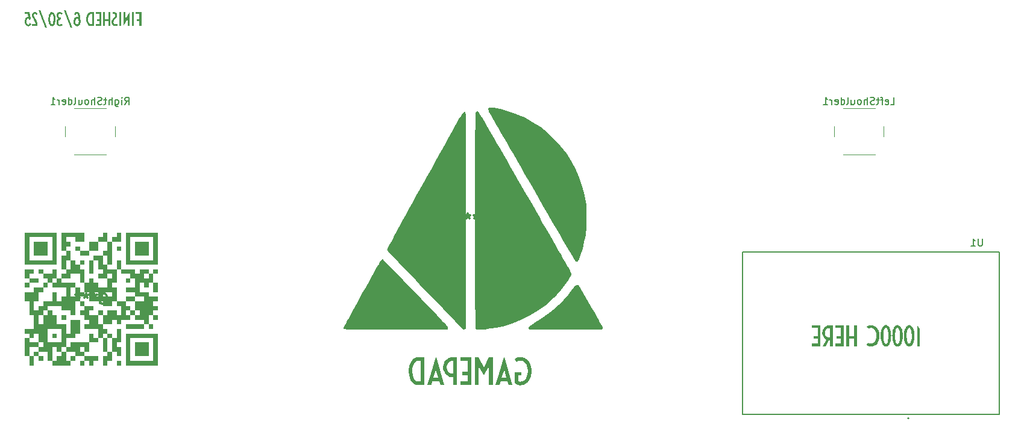
<source format=gbr>
%TF.GenerationSoftware,KiCad,Pcbnew,9.0.2*%
%TF.CreationDate,2025-06-30T23:43:09-04:00*%
%TF.ProjectId,GamePad_Zero,47616d65-5061-4645-9f5a-65726f2e6b69,rev?*%
%TF.SameCoordinates,Original*%
%TF.FileFunction,Legend,Bot*%
%TF.FilePolarity,Positive*%
%FSLAX46Y46*%
G04 Gerber Fmt 4.6, Leading zero omitted, Abs format (unit mm)*
G04 Created by KiCad (PCBNEW 9.0.2) date 2025-06-30 23:43:09*
%MOMM*%
%LPD*%
G01*
G04 APERTURE LIST*
%ADD10C,0.100000*%
%ADD11C,0.300000*%
%ADD12C,0.150000*%
%ADD13C,0.000000*%
%ADD14C,0.120000*%
%ADD15C,0.127000*%
%ADD16C,0.200000*%
G04 APERTURE END LIST*
D10*
G36*
X27665073Y-2712800D02*
G01*
X27665073Y-2460741D01*
X28463014Y-2460741D01*
X28463014Y-4420423D01*
X28183112Y-4420423D01*
X28183112Y-3728850D01*
X27819068Y-3728850D01*
X27819068Y-3476791D01*
X28183112Y-3476791D01*
X28183112Y-2712800D01*
X27665073Y-2712800D01*
G37*
G36*
X27385170Y-4422500D02*
G01*
X27105146Y-4422500D01*
X27105146Y-2462573D01*
X27385170Y-2462573D01*
X27385170Y-4422500D01*
G37*
G36*
X26190090Y-2462573D02*
G01*
X26190090Y-3484607D01*
X26775296Y-2462573D01*
X26825610Y-2462573D01*
X26825610Y-4422500D01*
X26545708Y-4422500D01*
X26545708Y-3400587D01*
X25960502Y-4422500D01*
X25910066Y-4422500D01*
X25910066Y-2462573D01*
X26190090Y-2462573D01*
G37*
G36*
X25630530Y-4422500D02*
G01*
X25350505Y-4422500D01*
X25350505Y-2462573D01*
X25630530Y-2462573D01*
X25630530Y-4422500D01*
G37*
G36*
X24273028Y-3880525D02*
G01*
X24287594Y-3727625D01*
X24330182Y-3583859D01*
X24401240Y-3443643D01*
X24504894Y-3298480D01*
X24596991Y-3189601D01*
X24664422Y-3110507D01*
X24719912Y-3036488D01*
X24757546Y-2965681D01*
X24771406Y-2896226D01*
X24767612Y-2853772D01*
X24756684Y-2815863D01*
X24715939Y-2754216D01*
X24652126Y-2712104D01*
X24567850Y-2693616D01*
X24519550Y-2695137D01*
X24469456Y-2704623D01*
X24438258Y-2714509D01*
X24438258Y-2462573D01*
X24505546Y-2449720D01*
X24572009Y-2444773D01*
X24637360Y-2447606D01*
X24700383Y-2458105D01*
X24759696Y-2475856D01*
X24815278Y-2500762D01*
X24865083Y-2531697D01*
X24910005Y-2569084D01*
X24948121Y-2611157D01*
X24980466Y-2658958D01*
X25005752Y-2710647D01*
X25024500Y-2767460D01*
X25036018Y-2828103D01*
X25040188Y-2893437D01*
X25040195Y-2896226D01*
X25025626Y-3011096D01*
X24982566Y-3120390D01*
X24906740Y-3235488D01*
X24798987Y-3362077D01*
X24704219Y-3472060D01*
X24620868Y-3590448D01*
X24587426Y-3654988D01*
X24561582Y-3724263D01*
X24544915Y-3799149D01*
X24539009Y-3880525D01*
X24542818Y-3941888D01*
X24553855Y-3995184D01*
X24570648Y-4039007D01*
X24593009Y-4076133D01*
X24652278Y-4131604D01*
X24732696Y-4165795D01*
X24838315Y-4177792D01*
X24971919Y-4162755D01*
X25099057Y-4126599D01*
X25099057Y-4392458D01*
X25013719Y-4416317D01*
X24930794Y-4431530D01*
X24851496Y-4438290D01*
X24775436Y-4437000D01*
X24704188Y-4428082D01*
X24636907Y-4411784D01*
X24575242Y-4388857D01*
X24518167Y-4359232D01*
X24467072Y-4323896D01*
X24421122Y-4282493D01*
X24381240Y-4235950D01*
X24347053Y-4183866D01*
X24319059Y-4126769D01*
X24297380Y-4064536D01*
X24282319Y-3997096D01*
X24274308Y-3924824D01*
X24273028Y-3880525D01*
G37*
G36*
X23336479Y-2460497D02*
G01*
X23336479Y-3476791D01*
X23798464Y-3476791D01*
X23798464Y-2460497D01*
X24078367Y-2460497D01*
X24078367Y-4420423D01*
X23798464Y-4420423D01*
X23798464Y-3728850D01*
X23336479Y-3728850D01*
X23336479Y-4420423D01*
X23056454Y-4420423D01*
X23056454Y-2460497D01*
X23336479Y-2460497D01*
G37*
G36*
X22035764Y-2712800D02*
G01*
X22035764Y-2460741D01*
X22833705Y-2460741D01*
X22833705Y-4422500D01*
X22035764Y-4422500D01*
X22035764Y-4170563D01*
X22553803Y-4170563D01*
X22553803Y-3728850D01*
X22189759Y-3728850D01*
X22189759Y-3476791D01*
X22553803Y-3476791D01*
X22553803Y-2712800D01*
X22035764Y-2712800D01*
G37*
G36*
X21811793Y-4422500D02*
G01*
X21394626Y-4422500D01*
X21324833Y-4418659D01*
X21258743Y-4407405D01*
X21136544Y-4363713D01*
X21026271Y-4292158D01*
X20927520Y-4191712D01*
X20841706Y-4060690D01*
X20772164Y-3898430D01*
X20723763Y-3707418D01*
X20701796Y-3495332D01*
X20701857Y-3468812D01*
X20953134Y-3468812D01*
X20958905Y-3570828D01*
X20972489Y-3670557D01*
X20992978Y-3762826D01*
X21020730Y-3849672D01*
X21052598Y-3923224D01*
X21090589Y-3989592D01*
X21129790Y-4041880D01*
X21173901Y-4086513D01*
X21217734Y-4119352D01*
X21265535Y-4144631D01*
X21313350Y-4160734D01*
X21364571Y-4169276D01*
X21394626Y-4170563D01*
X21531891Y-4170563D01*
X21531891Y-2712800D01*
X21397435Y-2712800D01*
X21346027Y-2716630D01*
X21297773Y-2727808D01*
X21209110Y-2771452D01*
X21129400Y-2844651D01*
X21059213Y-2950824D01*
X21002165Y-3092901D01*
X20964465Y-3269177D01*
X20953134Y-3468812D01*
X20701857Y-3468812D01*
X20702051Y-3385179D01*
X20710103Y-3275660D01*
X20725780Y-3168940D01*
X20749117Y-3065262D01*
X20778698Y-2969782D01*
X20815325Y-2879274D01*
X20856001Y-2799982D01*
X20902850Y-2726852D01*
X20951742Y-2665381D01*
X21005925Y-2610636D01*
X21061009Y-2566407D01*
X21120659Y-2529139D01*
X21181111Y-2500863D01*
X21245625Y-2479741D01*
X21311703Y-2466583D01*
X21381560Y-2460934D01*
X21397435Y-2460741D01*
X21811793Y-2460741D01*
X21811793Y-4422500D01*
G37*
G36*
X19446104Y-2433383D02*
G01*
X19505883Y-2445086D01*
X19557151Y-2463126D01*
X19603980Y-2487992D01*
X19684065Y-2557012D01*
X19751379Y-2656972D01*
X19807829Y-2798240D01*
X19852813Y-2997285D01*
X19884104Y-3280088D01*
X19898415Y-3693160D01*
X19898883Y-3802611D01*
X19895059Y-3896764D01*
X19883924Y-3983421D01*
X19866230Y-4061709D01*
X19842376Y-4132702D01*
X19813145Y-4195858D01*
X19778817Y-4251881D01*
X19740011Y-4300622D01*
X19697083Y-4342304D01*
X19600195Y-4404794D01*
X19490672Y-4439197D01*
X19411618Y-4445947D01*
X19351109Y-4442036D01*
X19292215Y-4430296D01*
X19236666Y-4411193D01*
X19183783Y-4384551D01*
X19135075Y-4351114D01*
X19089976Y-4310411D01*
X19049540Y-4263137D01*
X19013619Y-4208771D01*
X18982857Y-4147634D01*
X18957547Y-4079453D01*
X18938141Y-4004025D01*
X18925201Y-3921493D01*
X18918859Y-3802611D01*
X19176413Y-3802611D01*
X19180194Y-3873413D01*
X19191033Y-3938841D01*
X19208615Y-3999439D01*
X19231969Y-4052955D01*
X19259893Y-4098113D01*
X19291873Y-4134931D01*
X19325025Y-4161356D01*
X19360435Y-4179141D01*
X19411618Y-4188393D01*
X19479587Y-4173307D01*
X19541100Y-4128060D01*
X19593882Y-4049745D01*
X19631137Y-3936495D01*
X19644016Y-3802611D01*
X19644016Y-3783072D01*
X19639396Y-3709987D01*
X19627898Y-3643790D01*
X19609954Y-3583620D01*
X19586653Y-3531265D01*
X19558763Y-3486848D01*
X19527317Y-3450972D01*
X19494121Y-3424528D01*
X19459289Y-3406813D01*
X19411618Y-3397290D01*
X19347427Y-3409574D01*
X19286427Y-3453184D01*
X19232058Y-3531907D01*
X19192253Y-3647723D01*
X19180797Y-3718703D01*
X19176433Y-3796802D01*
X19176413Y-3802611D01*
X18918859Y-3802611D01*
X18922681Y-3707272D01*
X18933810Y-3618454D01*
X18951724Y-3536360D01*
X18975917Y-3461100D01*
X19005764Y-3393063D01*
X19040837Y-3332128D01*
X19080338Y-3278802D01*
X19124003Y-3232788D01*
X19170862Y-3194581D01*
X19220842Y-3163846D01*
X19272913Y-3140931D01*
X19327109Y-3125630D01*
X19408810Y-3117266D01*
X19464841Y-3121219D01*
X19519747Y-3133264D01*
X19569412Y-3152269D01*
X19616050Y-3178937D01*
X19598207Y-3041420D01*
X19574598Y-2926193D01*
X19550386Y-2847123D01*
X19521952Y-2783477D01*
X19494856Y-2742062D01*
X19464681Y-2711396D01*
X19435909Y-2693460D01*
X19404730Y-2683617D01*
X19380844Y-2681536D01*
X19348716Y-2685555D01*
X19314821Y-2698049D01*
X19280976Y-2719343D01*
X19248080Y-2750176D01*
X19218616Y-2789355D01*
X19192426Y-2838482D01*
X19176413Y-2879862D01*
X18972103Y-2748581D01*
X19009091Y-2677467D01*
X19050117Y-2615299D01*
X19093579Y-2563299D01*
X19140041Y-2519811D01*
X19187833Y-2485607D01*
X19237697Y-2459500D01*
X19288318Y-2441743D01*
X19340204Y-2431803D01*
X19380844Y-2429478D01*
X19446104Y-2433383D01*
G37*
G36*
X17820010Y-2210636D02*
G01*
X18783182Y-4674680D01*
X18536863Y-4674680D01*
X17573691Y-2210636D01*
X17820010Y-2210636D01*
G37*
G36*
X16763049Y-3367126D02*
G01*
X16711715Y-3325103D01*
X16666041Y-3277192D01*
X16628216Y-3225935D01*
X16596731Y-3169515D01*
X16572900Y-3110321D01*
X16555993Y-3046533D01*
X16544574Y-2928588D01*
X16548392Y-2851050D01*
X16559489Y-2780783D01*
X16576957Y-2718670D01*
X16600421Y-2663236D01*
X16629341Y-2614361D01*
X16663230Y-2571818D01*
X16745991Y-2503759D01*
X16848330Y-2458532D01*
X16969612Y-2438114D01*
X17000942Y-2437294D01*
X17115643Y-2452680D01*
X17170648Y-2471783D01*
X17222923Y-2498243D01*
X17271497Y-2531650D01*
X17316017Y-2571957D01*
X17362177Y-2627803D01*
X17188642Y-2773860D01*
X17142893Y-2724305D01*
X17072352Y-2690812D01*
X17000942Y-2680926D01*
X16956914Y-2684771D01*
X16917113Y-2696055D01*
X16882762Y-2713824D01*
X16853064Y-2737936D01*
X16808787Y-2804085D01*
X16786842Y-2894890D01*
X16785397Y-2928588D01*
X16800192Y-3022373D01*
X16843046Y-3104918D01*
X16912164Y-3172958D01*
X17003984Y-3220527D01*
X17056132Y-3234424D01*
X17110617Y-3240745D01*
X17126971Y-3241097D01*
X17126971Y-3484607D01*
X17121353Y-3484607D01*
X17028633Y-3499553D01*
X16937182Y-3545020D01*
X16856006Y-3619792D01*
X16822926Y-3666180D01*
X16796221Y-3717513D01*
X16777317Y-3771165D01*
X16766037Y-3828132D01*
X16763049Y-3876861D01*
X16766875Y-3942150D01*
X16778029Y-4001002D01*
X16795313Y-4051361D01*
X16818545Y-4094909D01*
X16845921Y-4129826D01*
X16877948Y-4157812D01*
X16912889Y-4177921D01*
X16951451Y-4190952D01*
X17003750Y-4196819D01*
X17077945Y-4182298D01*
X17162440Y-4135132D01*
X17198798Y-4101868D01*
X17227376Y-4064120D01*
X17227843Y-4063340D01*
X17406995Y-4224785D01*
X17372561Y-4275338D01*
X17333558Y-4319102D01*
X17242606Y-4387237D01*
X17134974Y-4429939D01*
X17011348Y-4445897D01*
X17003750Y-4445947D01*
X16936819Y-4442045D01*
X16872886Y-4430362D01*
X16814420Y-4411707D01*
X16759697Y-4385848D01*
X16710645Y-4353923D01*
X16665969Y-4315283D01*
X16626808Y-4270891D01*
X16592659Y-4220094D01*
X16564035Y-4163191D01*
X16541165Y-4099995D01*
X16524326Y-4029916D01*
X16514140Y-3953491D01*
X16510990Y-3876861D01*
X16525960Y-3738137D01*
X16570035Y-3607784D01*
X16641931Y-3488918D01*
X16739315Y-3386362D01*
X16763049Y-3367126D01*
G37*
G36*
X15929839Y-2439376D02*
G01*
X15977311Y-2451142D01*
X16067971Y-2498161D01*
X16152981Y-2578838D01*
X16230161Y-2697531D01*
X16295500Y-2859016D01*
X16343718Y-3067265D01*
X16359661Y-3190481D01*
X16369007Y-3324908D01*
X16371406Y-3441742D01*
X16367583Y-3589152D01*
X16356454Y-3724662D01*
X16338876Y-3846392D01*
X16315210Y-3956729D01*
X16286730Y-4053411D01*
X16253371Y-4139369D01*
X16216915Y-4212308D01*
X16176726Y-4275329D01*
X16134991Y-4326563D01*
X16090549Y-4368737D01*
X16045592Y-4400787D01*
X15998783Y-4424537D01*
X15951670Y-4439737D01*
X15903399Y-4447119D01*
X15881454Y-4447901D01*
X15833048Y-4443987D01*
X15785558Y-4432221D01*
X15694870Y-4385206D01*
X15609845Y-4304543D01*
X15532655Y-4185877D01*
X15467309Y-4024435D01*
X15419084Y-3816244D01*
X15403136Y-3693061D01*
X15393785Y-3558671D01*
X15391381Y-3441742D01*
X15649057Y-3441742D01*
X15652841Y-3598958D01*
X15663697Y-3737502D01*
X15680280Y-3854171D01*
X15702137Y-3953519D01*
X15726828Y-4031065D01*
X15755001Y-4093579D01*
X15782843Y-4137036D01*
X15812641Y-4168494D01*
X15840066Y-4186268D01*
X15868407Y-4194915D01*
X15881454Y-4195842D01*
X15933164Y-4180158D01*
X15984207Y-4129733D01*
X16034740Y-4031538D01*
X16079041Y-3869957D01*
X16107955Y-3633676D01*
X16113852Y-3441742D01*
X16110911Y-3292368D01*
X16100917Y-3159743D01*
X16084856Y-3044501D01*
X16063520Y-2945557D01*
X16038693Y-2865367D01*
X16010482Y-2800177D01*
X15982050Y-2753174D01*
X15951968Y-2718825D01*
X15924470Y-2698931D01*
X15896559Y-2688814D01*
X15881454Y-2687398D01*
X15829719Y-2703082D01*
X15778682Y-2753490D01*
X15728169Y-2851642D01*
X15683884Y-3013182D01*
X15654967Y-3249479D01*
X15649057Y-3441742D01*
X15391381Y-3441742D01*
X15395204Y-3294307D01*
X15406333Y-3158776D01*
X15423911Y-3037034D01*
X15447577Y-2926687D01*
X15476056Y-2830002D01*
X15509415Y-2744041D01*
X15545870Y-2671101D01*
X15586059Y-2608079D01*
X15627794Y-2556842D01*
X15672238Y-2514665D01*
X15717200Y-2482609D01*
X15764016Y-2458851D01*
X15811141Y-2443642D01*
X15859427Y-2436248D01*
X15881454Y-2435462D01*
X15929839Y-2439376D01*
G37*
G36*
X14261880Y-2210636D02*
G01*
X15225052Y-4674680D01*
X14978733Y-4674680D01*
X14015561Y-2210636D01*
X14261880Y-2210636D01*
G37*
G36*
X13092812Y-2891341D02*
G01*
X13096640Y-2817846D01*
X13107803Y-2750634D01*
X13125448Y-2690786D01*
X13149253Y-2637120D01*
X13178468Y-2590100D01*
X13212843Y-2549265D01*
X13295773Y-2486114D01*
X13396411Y-2448142D01*
X13496057Y-2437294D01*
X13601731Y-2452186D01*
X13695688Y-2495346D01*
X13736321Y-2526588D01*
X13771338Y-2563266D01*
X13800047Y-2604613D01*
X13821956Y-2650112D01*
X13836219Y-2698000D01*
X13842837Y-2748674D01*
X13843248Y-2765068D01*
X13650052Y-2863253D01*
X13646221Y-2821992D01*
X13635037Y-2784568D01*
X13617488Y-2752704D01*
X13593814Y-2726339D01*
X13565892Y-2707136D01*
X13533151Y-2694569D01*
X13490439Y-2689352D01*
X13452557Y-2693203D01*
X13420336Y-2704530D01*
X13374752Y-2744783D01*
X13347153Y-2811456D01*
X13339253Y-2891341D01*
X13353831Y-2970395D01*
X13408322Y-3094850D01*
X13517592Y-3287744D01*
X13631344Y-3486362D01*
X13738332Y-3703363D01*
X13782793Y-3817042D01*
X13817768Y-3933259D01*
X13840658Y-4051328D01*
X13848866Y-4170563D01*
X13848866Y-4422500D01*
X13098429Y-4422500D01*
X13098429Y-4170563D01*
X13594120Y-4170563D01*
X13579551Y-4035272D01*
X13533498Y-3883311D01*
X13448645Y-3701291D01*
X13334083Y-3499119D01*
X13244864Y-3343636D01*
X13167651Y-3190331D01*
X13113337Y-3039476D01*
X13098170Y-2965051D01*
X13092812Y-2891341D01*
G37*
G36*
X12529099Y-3147308D02*
G01*
X12607501Y-3152925D01*
X12520795Y-2712800D01*
X12072732Y-2712800D01*
X12072732Y-2460741D01*
X12750383Y-2460741D01*
X12935153Y-3399244D01*
X12730722Y-3555804D01*
X12681673Y-3473372D01*
X12615575Y-3417414D01*
X12578554Y-3400535D01*
X12540959Y-3391728D01*
X12531908Y-3390818D01*
X12496779Y-3392964D01*
X12461907Y-3404177D01*
X12432247Y-3422681D01*
X12404566Y-3450178D01*
X12380571Y-3485969D01*
X12359926Y-3531715D01*
X12343125Y-3589302D01*
X12331348Y-3658858D01*
X12324790Y-3779408D01*
X12328572Y-3860575D01*
X12339411Y-3933788D01*
X12356530Y-3998656D01*
X12379181Y-4054917D01*
X12405907Y-4101221D01*
X12436481Y-4138692D01*
X12468482Y-4165847D01*
X12502720Y-4184468D01*
X12559996Y-4195842D01*
X12617014Y-4180946D01*
X12683082Y-4130971D01*
X12716010Y-4091206D01*
X12744727Y-4043985D01*
X12767114Y-3991899D01*
X12971545Y-4170807D01*
X12914228Y-4261358D01*
X12824735Y-4346801D01*
X12711975Y-4413069D01*
X12654204Y-4433835D01*
X12597059Y-4445569D01*
X12559996Y-4447901D01*
X12500981Y-4443994D01*
X12443489Y-4432281D01*
X12388915Y-4413137D01*
X12336863Y-4386445D01*
X12288475Y-4352717D01*
X12243547Y-4311657D01*
X12202856Y-4263648D01*
X12166553Y-4208428D01*
X12135139Y-4146037D01*
X12109084Y-4076459D01*
X12088793Y-3999322D01*
X12074897Y-3914947D01*
X12067114Y-3779408D01*
X12070921Y-3682256D01*
X12081942Y-3594135D01*
X12099327Y-3515683D01*
X12122585Y-3445552D01*
X12151005Y-3383741D01*
X12184098Y-3329695D01*
X12221645Y-3282781D01*
X12262778Y-3243278D01*
X12356013Y-3184320D01*
X12461370Y-3152651D01*
X12529099Y-3147308D01*
G37*
G36*
X80897650Y-53148570D02*
G01*
X81810385Y-53148570D01*
X81810385Y-53574285D01*
X81401523Y-53574285D01*
X81401523Y-54416678D01*
X81495164Y-54454433D01*
X81595266Y-54476714D01*
X81698278Y-54483601D01*
X81816904Y-54475939D01*
X81928244Y-54453569D01*
X82131614Y-54366896D01*
X82312136Y-54224246D01*
X82469529Y-54022100D01*
X82598447Y-53756810D01*
X82688862Y-53430506D01*
X82728490Y-53057775D01*
X82728738Y-53047942D01*
X82725210Y-52857988D01*
X82706104Y-52670151D01*
X82672064Y-52489822D01*
X82622965Y-52317029D01*
X82562769Y-52163128D01*
X82489196Y-52020681D01*
X82409749Y-51901752D01*
X82319041Y-51796239D01*
X82226187Y-51712957D01*
X82123944Y-51643775D01*
X82020469Y-51593297D01*
X81908912Y-51557293D01*
X81698278Y-51532415D01*
X81577496Y-51540133D01*
X81464091Y-51562895D01*
X81359474Y-51599636D01*
X81262671Y-51649956D01*
X81183169Y-51705827D01*
X80875179Y-51280356D01*
X80998260Y-51200908D01*
X81130722Y-51134895D01*
X81266982Y-51084935D01*
X81411935Y-51049077D01*
X81698278Y-51022680D01*
X81855865Y-51030362D01*
X82005178Y-51052876D01*
X82280857Y-51140021D01*
X82528222Y-51281386D01*
X82748102Y-51476938D01*
X82938411Y-51727864D01*
X83093823Y-52034145D01*
X83206253Y-52391442D01*
X83266496Y-52788048D01*
X83271934Y-53120726D01*
X83255522Y-53329205D01*
X83223529Y-53534379D01*
X83177125Y-53730079D01*
X83115809Y-53918718D01*
X83043252Y-54090702D01*
X82957085Y-54252788D01*
X82863451Y-54394943D01*
X82757752Y-54525408D01*
X82647512Y-54636025D01*
X82526646Y-54733924D01*
X82402558Y-54813760D01*
X82268977Y-54880188D01*
X82131853Y-54930417D01*
X81985996Y-54966513D01*
X81698278Y-54993092D01*
X81431735Y-54963021D01*
X81162157Y-54871532D01*
X80907514Y-54720583D01*
X80897650Y-54713189D01*
X80897650Y-53148570D01*
G37*
G36*
X80597719Y-54961340D02*
G01*
X80032053Y-54961340D01*
X79886484Y-54445988D01*
X78917573Y-54445988D01*
X78760769Y-54961340D01*
X78195347Y-54961340D01*
X78501051Y-53942115D01*
X79074377Y-53942115D01*
X79740915Y-53942115D01*
X79421690Y-52805408D01*
X79074377Y-53942115D01*
X78501051Y-53942115D01*
X79371132Y-51041242D01*
X79472004Y-51041242D01*
X80597719Y-54961340D01*
G37*
G36*
X75846219Y-51041975D02*
G01*
X76551837Y-52525995D01*
X77246219Y-51041975D01*
X77806024Y-51041975D01*
X77806024Y-54961829D01*
X77246219Y-54961829D01*
X77246219Y-52357956D01*
X76551837Y-53606769D01*
X75846219Y-52346720D01*
X75846219Y-54961829D01*
X75286170Y-54961829D01*
X75286170Y-51041975D01*
X75846219Y-51041975D01*
G37*
G36*
X73244056Y-51542429D02*
G01*
X73244056Y-51038311D01*
X74839938Y-51038311D01*
X74839938Y-54961829D01*
X73244056Y-54961829D01*
X73244056Y-54457956D01*
X74280134Y-54457956D01*
X74280134Y-53574529D01*
X73552046Y-53574529D01*
X73552046Y-53070412D01*
X74280134Y-53070412D01*
X74280134Y-51542429D01*
X73244056Y-51542429D01*
G37*
G36*
X72796114Y-54957921D02*
G01*
X72236310Y-54957921D01*
X72236310Y-53871528D01*
X72072801Y-53863871D01*
X71919520Y-53841529D01*
X71775709Y-53805219D01*
X71642237Y-53755985D01*
X71402393Y-53619779D01*
X71199864Y-53435872D01*
X71037300Y-53206765D01*
X70920288Y-52936938D01*
X70856253Y-52635715D01*
X70853432Y-52433078D01*
X71350300Y-52433078D01*
X71355458Y-52561379D01*
X71376242Y-52687799D01*
X71411928Y-52808108D01*
X71462732Y-52922248D01*
X71525128Y-53023185D01*
X71601218Y-53114722D01*
X71685270Y-53190566D01*
X71781433Y-53254906D01*
X71883978Y-53303954D01*
X71997447Y-53339906D01*
X72236310Y-53367411D01*
X72236310Y-51542429D01*
X72107432Y-51550048D01*
X71988675Y-51572117D01*
X71779843Y-51655840D01*
X71607836Y-51788319D01*
X71474291Y-51966431D01*
X71385390Y-52185318D01*
X71350300Y-52433078D01*
X70853432Y-52433078D01*
X70851844Y-52318999D01*
X70872945Y-52161753D01*
X70909605Y-52007810D01*
X70960478Y-51862229D01*
X71026216Y-51723165D01*
X71103297Y-51597357D01*
X71194075Y-51480552D01*
X71293350Y-51378946D01*
X71405068Y-51288128D01*
X71523666Y-51212474D01*
X71653665Y-51148987D01*
X71790446Y-51100148D01*
X71937923Y-51064784D01*
X72236310Y-51038311D01*
X72796114Y-51038311D01*
X72796114Y-54957921D01*
G37*
G36*
X71015584Y-54961340D02*
G01*
X70449918Y-54961340D01*
X70304349Y-54445988D01*
X69335437Y-54445988D01*
X69178634Y-54961340D01*
X68613211Y-54961340D01*
X68918915Y-53942115D01*
X69492241Y-53942115D01*
X70158780Y-53942115D01*
X69839555Y-52805408D01*
X69492241Y-53942115D01*
X68918915Y-53942115D01*
X69788996Y-51041242D01*
X69889869Y-51041242D01*
X71015584Y-54961340D01*
G37*
G36*
X68223888Y-54961829D02*
G01*
X67389555Y-54961829D01*
X67249968Y-54954147D01*
X67117788Y-54931640D01*
X66873390Y-54844256D01*
X66652843Y-54701145D01*
X66455342Y-54500254D01*
X66283713Y-54238210D01*
X66144630Y-53913689D01*
X66047828Y-53531665D01*
X66003895Y-53107493D01*
X66004018Y-53054454D01*
X66506570Y-53054454D01*
X66518113Y-53258485D01*
X66545280Y-53457943D01*
X66586258Y-53642481D01*
X66641763Y-53816174D01*
X66705498Y-53963277D01*
X66781480Y-54096013D01*
X66859882Y-54200590D01*
X66948105Y-54289855D01*
X67035771Y-54355533D01*
X67131373Y-54406091D01*
X67227002Y-54438298D01*
X67329445Y-54455381D01*
X67389555Y-54457956D01*
X67664084Y-54457956D01*
X67664084Y-51542429D01*
X67395172Y-51542429D01*
X67292357Y-51550089D01*
X67195849Y-51572446D01*
X67018522Y-51659734D01*
X66859101Y-51806131D01*
X66718728Y-52018478D01*
X66604633Y-52302632D01*
X66529232Y-52655184D01*
X66506570Y-53054454D01*
X66004018Y-53054454D01*
X66004404Y-52887188D01*
X66020509Y-52668150D01*
X66051863Y-52454710D01*
X66098536Y-52247353D01*
X66157699Y-52056394D01*
X66230952Y-51875377D01*
X66312304Y-51716793D01*
X66406003Y-51570533D01*
X66503786Y-51447591D01*
X66612153Y-51338102D01*
X66722320Y-51249644D01*
X66841620Y-51175107D01*
X66962524Y-51118555D01*
X67091553Y-51076312D01*
X67223709Y-51049995D01*
X67363421Y-51038698D01*
X67395172Y-51038311D01*
X68223888Y-51038311D01*
X68223888Y-54961829D01*
G37*
G36*
X137818675Y-49496250D02*
G01*
X137419521Y-49496250D01*
X137419521Y-46556359D01*
X137495176Y-46556359D01*
X137818675Y-47068720D01*
X137818675Y-49496250D01*
G37*
G36*
X136381465Y-46521564D02*
G01*
X136452672Y-46539213D01*
X136588663Y-46609742D01*
X136716177Y-46730757D01*
X136831948Y-46908797D01*
X136929957Y-47151025D01*
X137002283Y-47463398D01*
X137026198Y-47648222D01*
X137040217Y-47849863D01*
X137043815Y-48025114D01*
X137038081Y-48246228D01*
X137021387Y-48449493D01*
X136995021Y-48632088D01*
X136959522Y-48797594D01*
X136916802Y-48942617D01*
X136866763Y-49071554D01*
X136812078Y-49180963D01*
X136751795Y-49275494D01*
X136689194Y-49352345D01*
X136622530Y-49415606D01*
X136555094Y-49463681D01*
X136484881Y-49499306D01*
X136414212Y-49522105D01*
X136341804Y-49533179D01*
X136308888Y-49534351D01*
X136236279Y-49528481D01*
X136165043Y-49510832D01*
X136029012Y-49440309D01*
X135901474Y-49319315D01*
X135785689Y-49141316D01*
X135687670Y-48899153D01*
X135615333Y-48586866D01*
X135591410Y-48402091D01*
X135577383Y-48200507D01*
X135573778Y-48025114D01*
X135960293Y-48025114D01*
X135965968Y-48260937D01*
X135982252Y-48468753D01*
X136007126Y-48643757D01*
X136039913Y-48792778D01*
X136076948Y-48909097D01*
X136119208Y-49002869D01*
X136160971Y-49068054D01*
X136205668Y-49115242D01*
X136246805Y-49141902D01*
X136289318Y-49154873D01*
X136308888Y-49156263D01*
X136386452Y-49132738D01*
X136463017Y-49057099D01*
X136538816Y-48909808D01*
X136605267Y-48667436D01*
X136648639Y-48313014D01*
X136657484Y-48025114D01*
X136653073Y-47801052D01*
X136638082Y-47602114D01*
X136613991Y-47429252D01*
X136581987Y-47280835D01*
X136544747Y-47160551D01*
X136502430Y-47062766D01*
X136459782Y-46992262D01*
X136414658Y-46940738D01*
X136373411Y-46910896D01*
X136331545Y-46895722D01*
X136308888Y-46893598D01*
X136231285Y-46917123D01*
X136154729Y-46992736D01*
X136078961Y-47139964D01*
X136012533Y-47382273D01*
X135969156Y-47736719D01*
X135960293Y-48025114D01*
X135573778Y-48025114D01*
X135579513Y-47803961D01*
X135596207Y-47600664D01*
X135622572Y-47418051D01*
X135658072Y-47252530D01*
X135700790Y-47107503D01*
X135750828Y-46978562D01*
X135805512Y-46869152D01*
X135865795Y-46774619D01*
X135928397Y-46697764D01*
X135995064Y-46634498D01*
X136062507Y-46586413D01*
X136132731Y-46550777D01*
X136203417Y-46527963D01*
X136275847Y-46516873D01*
X136308888Y-46515693D01*
X136381465Y-46521564D01*
G37*
G36*
X134746015Y-46521564D02*
G01*
X134817222Y-46539213D01*
X134953213Y-46609742D01*
X135080727Y-46730757D01*
X135196498Y-46908797D01*
X135294507Y-47151025D01*
X135366833Y-47463398D01*
X135390748Y-47648222D01*
X135404767Y-47849863D01*
X135408365Y-48025114D01*
X135402630Y-48246228D01*
X135385937Y-48449493D01*
X135359571Y-48632088D01*
X135324071Y-48797594D01*
X135281352Y-48942617D01*
X135231313Y-49071554D01*
X135176628Y-49180963D01*
X135116345Y-49275494D01*
X135053744Y-49352345D01*
X134987080Y-49415606D01*
X134919644Y-49463681D01*
X134849431Y-49499306D01*
X134778762Y-49522105D01*
X134706354Y-49533179D01*
X134673438Y-49534351D01*
X134600829Y-49528481D01*
X134529593Y-49510832D01*
X134393562Y-49440309D01*
X134266024Y-49319315D01*
X134150239Y-49141316D01*
X134052220Y-48899153D01*
X133979882Y-48586866D01*
X133955960Y-48402091D01*
X133941933Y-48200507D01*
X133938328Y-48025114D01*
X134324842Y-48025114D01*
X134330518Y-48260937D01*
X134346802Y-48468753D01*
X134371676Y-48643757D01*
X134404462Y-48792778D01*
X134441498Y-48909097D01*
X134483758Y-49002869D01*
X134525521Y-49068054D01*
X134570217Y-49115242D01*
X134611355Y-49141902D01*
X134653867Y-49154873D01*
X134673438Y-49156263D01*
X134751002Y-49132738D01*
X134827567Y-49057099D01*
X134903366Y-48909808D01*
X134969817Y-48667436D01*
X135013188Y-48313014D01*
X135022034Y-48025114D01*
X135017623Y-47801052D01*
X135002632Y-47602114D01*
X134978541Y-47429252D01*
X134946537Y-47280835D01*
X134909297Y-47160551D01*
X134866980Y-47062766D01*
X134824332Y-46992262D01*
X134779208Y-46940738D01*
X134737961Y-46910896D01*
X134696095Y-46895722D01*
X134673438Y-46893598D01*
X134595834Y-46917123D01*
X134519279Y-46992736D01*
X134443511Y-47139964D01*
X134377083Y-47382273D01*
X134333706Y-47736719D01*
X134324842Y-48025114D01*
X133938328Y-48025114D01*
X133944063Y-47803961D01*
X133960757Y-47600664D01*
X133987122Y-47418051D01*
X134022622Y-47252530D01*
X134065340Y-47107503D01*
X134115378Y-46978562D01*
X134170062Y-46869152D01*
X134230345Y-46774619D01*
X134292947Y-46697764D01*
X134359614Y-46634498D01*
X134427057Y-46586413D01*
X134497281Y-46550777D01*
X134567967Y-46527963D01*
X134640397Y-46516873D01*
X134673438Y-46515693D01*
X134746015Y-46521564D01*
G37*
G36*
X133110565Y-46521564D02*
G01*
X133181772Y-46539213D01*
X133317763Y-46609742D01*
X133445277Y-46730757D01*
X133561048Y-46908797D01*
X133659057Y-47151025D01*
X133731383Y-47463398D01*
X133755298Y-47648222D01*
X133769317Y-47849863D01*
X133772915Y-48025114D01*
X133767180Y-48246228D01*
X133750487Y-48449493D01*
X133724121Y-48632088D01*
X133688621Y-48797594D01*
X133645902Y-48942617D01*
X133595863Y-49071554D01*
X133541178Y-49180963D01*
X133480895Y-49275494D01*
X133418293Y-49352345D01*
X133351630Y-49415606D01*
X133284194Y-49463681D01*
X133213980Y-49499306D01*
X133143312Y-49522105D01*
X133070904Y-49533179D01*
X133037988Y-49534351D01*
X132965379Y-49528481D01*
X132894143Y-49510832D01*
X132758111Y-49440309D01*
X132630574Y-49319315D01*
X132514789Y-49141316D01*
X132416770Y-48899153D01*
X132344432Y-48586866D01*
X132320510Y-48402091D01*
X132306483Y-48200507D01*
X132302878Y-48025114D01*
X132689392Y-48025114D01*
X132695068Y-48260937D01*
X132711352Y-48468753D01*
X132736226Y-48643757D01*
X132769012Y-48792778D01*
X132806048Y-48909097D01*
X132848308Y-49002869D01*
X132890071Y-49068054D01*
X132934767Y-49115242D01*
X132975905Y-49141902D01*
X133018417Y-49154873D01*
X133037988Y-49156263D01*
X133115552Y-49132738D01*
X133192117Y-49057099D01*
X133267916Y-48909808D01*
X133334367Y-48667436D01*
X133377738Y-48313014D01*
X133386584Y-48025114D01*
X133382173Y-47801052D01*
X133367182Y-47602114D01*
X133343090Y-47429252D01*
X133311087Y-47280835D01*
X133273846Y-47160551D01*
X133231530Y-47062766D01*
X133188882Y-46992262D01*
X133143758Y-46940738D01*
X133102511Y-46910896D01*
X133060645Y-46895722D01*
X133037988Y-46893598D01*
X132960384Y-46917123D01*
X132883829Y-46992736D01*
X132808060Y-47139964D01*
X132741632Y-47382273D01*
X132698256Y-47736719D01*
X132689392Y-48025114D01*
X132302878Y-48025114D01*
X132308613Y-47803961D01*
X132325306Y-47600664D01*
X132351672Y-47418051D01*
X132387172Y-47252530D01*
X132429890Y-47107503D01*
X132479928Y-46978562D01*
X132534612Y-46869152D01*
X132594895Y-46774619D01*
X132657497Y-46697764D01*
X132724164Y-46634498D01*
X132791607Y-46586413D01*
X132861831Y-46550777D01*
X132932517Y-46527963D01*
X133004947Y-46516873D01*
X133037988Y-46515693D01*
X133110565Y-46521564D01*
G37*
G36*
X130537185Y-48982424D02*
G01*
X130611447Y-49037630D01*
X130692444Y-49081842D01*
X130772912Y-49111777D01*
X130859452Y-49130640D01*
X130957222Y-49137579D01*
X131046118Y-49131833D01*
X131129558Y-49115056D01*
X131282009Y-49050047D01*
X131417383Y-48943031D01*
X131535459Y-48791357D01*
X131632210Y-48592292D01*
X131700093Y-48347475D01*
X131729874Y-48067951D01*
X131730068Y-48060285D01*
X131727421Y-47917869D01*
X131713092Y-47777046D01*
X131687562Y-47641862D01*
X131650740Y-47512331D01*
X131605593Y-47396965D01*
X131550416Y-47290186D01*
X131490829Y-47201034D01*
X131422797Y-47121941D01*
X131353148Y-47059509D01*
X131276456Y-47007649D01*
X131198833Y-46969809D01*
X131115145Y-46942823D01*
X130957222Y-46924189D01*
X130866636Y-46929976D01*
X130781582Y-46947037D01*
X130703059Y-46974589D01*
X130630407Y-47012312D01*
X130570891Y-47054065D01*
X130339898Y-46735145D01*
X130432209Y-46675559D01*
X130531555Y-46626049D01*
X130633750Y-46588580D01*
X130742465Y-46561686D01*
X130957222Y-46541888D01*
X131075439Y-46547650D01*
X131187447Y-46564535D01*
X131394244Y-46629892D01*
X131579792Y-46735909D01*
X131744711Y-46882556D01*
X131887438Y-47070719D01*
X132003978Y-47300376D01*
X132088269Y-47568267D01*
X132133410Y-47865608D01*
X132137465Y-48114690D01*
X132125155Y-48271066D01*
X132101158Y-48424985D01*
X132066349Y-48571825D01*
X132020353Y-48713381D01*
X131965923Y-48842449D01*
X131901284Y-48964096D01*
X131831047Y-49070784D01*
X131751761Y-49168702D01*
X131669079Y-49251717D01*
X131578429Y-49325190D01*
X131485377Y-49385101D01*
X131385208Y-49434953D01*
X131282398Y-49472645D01*
X131173043Y-49499736D01*
X130957222Y-49519697D01*
X130839992Y-49513947D01*
X130728914Y-49497144D01*
X130522613Y-49431914D01*
X130336597Y-49325953D01*
X130314619Y-49309770D01*
X130537185Y-48982424D01*
G37*
G36*
X127860162Y-46553245D02*
G01*
X127860162Y-48077687D01*
X128553140Y-48077687D01*
X128553140Y-46553245D01*
X128972993Y-46553245D01*
X128972993Y-49493135D01*
X128553140Y-49493135D01*
X128553140Y-48455775D01*
X127860162Y-48455775D01*
X127860162Y-49493135D01*
X127440125Y-49493135D01*
X127440125Y-46553245D01*
X127860162Y-46553245D01*
G37*
G36*
X125909089Y-46931700D02*
G01*
X125909089Y-46553612D01*
X127106001Y-46553612D01*
X127106001Y-49496250D01*
X125909089Y-49496250D01*
X125909089Y-49118345D01*
X126686147Y-49118345D01*
X126686147Y-48455775D01*
X126140081Y-48455775D01*
X126140081Y-48077687D01*
X126686147Y-48077687D01*
X126686147Y-46931700D01*
X125909089Y-46931700D01*
G37*
G36*
X125573133Y-49493319D02*
G01*
X125153279Y-49493319D01*
X125153279Y-48678524D01*
X125027250Y-48674311D01*
X124590361Y-49493319D01*
X124136802Y-49493319D01*
X124632493Y-48556708D01*
X124463587Y-48439920D01*
X124323158Y-48288036D01*
X124214123Y-48103282D01*
X124141404Y-47890249D01*
X124110635Y-47657873D01*
X124111486Y-47599687D01*
X124488772Y-47599687D01*
X124492640Y-47695913D01*
X124508229Y-47790728D01*
X124534993Y-47880959D01*
X124573096Y-47966564D01*
X124619893Y-48042267D01*
X124676961Y-48110920D01*
X124740000Y-48167803D01*
X124812122Y-48216057D01*
X124889030Y-48252843D01*
X124974133Y-48279808D01*
X125153279Y-48300437D01*
X125153279Y-46931700D01*
X125056621Y-46937414D01*
X124967554Y-46953966D01*
X124810929Y-47016758D01*
X124681924Y-47116117D01*
X124581765Y-47249701D01*
X124515090Y-47413867D01*
X124488772Y-47599687D01*
X124111486Y-47599687D01*
X124112382Y-47538465D01*
X124125847Y-47419937D01*
X124150768Y-47304598D01*
X124187214Y-47192752D01*
X124233536Y-47088918D01*
X124290687Y-46990783D01*
X124355432Y-46903412D01*
X124430072Y-46823373D01*
X124510476Y-46754823D01*
X124599884Y-46694790D01*
X124694314Y-46645949D01*
X124797066Y-46606610D01*
X124905166Y-46578187D01*
X125021165Y-46560283D01*
X125153279Y-46553612D01*
X125573133Y-46553612D01*
X125573133Y-49493319D01*
G37*
G36*
X122664567Y-46931700D02*
G01*
X122664567Y-46553612D01*
X123861479Y-46553612D01*
X123861479Y-49496250D01*
X122664567Y-49496250D01*
X122664567Y-49118345D01*
X123441625Y-49118345D01*
X123441625Y-48455775D01*
X122895560Y-48455775D01*
X122895560Y-48077687D01*
X123441625Y-48077687D01*
X123441625Y-46931700D01*
X122664567Y-46931700D01*
G37*
D11*
X22752677Y-42112257D02*
X22895535Y-42040828D01*
X22895535Y-42040828D02*
X23109820Y-42040828D01*
X23109820Y-42040828D02*
X23324106Y-42112257D01*
X23324106Y-42112257D02*
X23466963Y-42255114D01*
X23466963Y-42255114D02*
X23538392Y-42397971D01*
X23538392Y-42397971D02*
X23609820Y-42683685D01*
X23609820Y-42683685D02*
X23609820Y-42897971D01*
X23609820Y-42897971D02*
X23538392Y-43183685D01*
X23538392Y-43183685D02*
X23466963Y-43326542D01*
X23466963Y-43326542D02*
X23324106Y-43469400D01*
X23324106Y-43469400D02*
X23109820Y-43540828D01*
X23109820Y-43540828D02*
X22966963Y-43540828D01*
X22966963Y-43540828D02*
X22752677Y-43469400D01*
X22752677Y-43469400D02*
X22681249Y-43397971D01*
X22681249Y-43397971D02*
X22681249Y-42897971D01*
X22681249Y-42897971D02*
X22966963Y-42897971D01*
X21824106Y-42040828D02*
X21824106Y-42397971D01*
X22181249Y-42255114D02*
X21824106Y-42397971D01*
X21824106Y-42397971D02*
X21466963Y-42255114D01*
X22038392Y-42683685D02*
X21824106Y-42397971D01*
X21824106Y-42397971D02*
X21609820Y-42683685D01*
X20681249Y-42040828D02*
X20681249Y-42397971D01*
X21038392Y-42255114D02*
X20681249Y-42397971D01*
X20681249Y-42397971D02*
X20324106Y-42255114D01*
X20895535Y-42683685D02*
X20681249Y-42397971D01*
X20681249Y-42397971D02*
X20466963Y-42683685D01*
X19538392Y-42040828D02*
X19538392Y-42397971D01*
X19895535Y-42255114D02*
X19538392Y-42397971D01*
X19538392Y-42397971D02*
X19181249Y-42255114D01*
X19752678Y-42683685D02*
X19538392Y-42397971D01*
X19538392Y-42397971D02*
X19324106Y-42683685D01*
X76383818Y-30888930D02*
X76526676Y-30817501D01*
X76526676Y-30817501D02*
X76740961Y-30817501D01*
X76740961Y-30817501D02*
X76955247Y-30888930D01*
X76955247Y-30888930D02*
X77098104Y-31031787D01*
X77098104Y-31031787D02*
X77169533Y-31174644D01*
X77169533Y-31174644D02*
X77240961Y-31460358D01*
X77240961Y-31460358D02*
X77240961Y-31674644D01*
X77240961Y-31674644D02*
X77169533Y-31960358D01*
X77169533Y-31960358D02*
X77098104Y-32103215D01*
X77098104Y-32103215D02*
X76955247Y-32246073D01*
X76955247Y-32246073D02*
X76740961Y-32317501D01*
X76740961Y-32317501D02*
X76598104Y-32317501D01*
X76598104Y-32317501D02*
X76383818Y-32246073D01*
X76383818Y-32246073D02*
X76312390Y-32174644D01*
X76312390Y-32174644D02*
X76312390Y-31674644D01*
X76312390Y-31674644D02*
X76598104Y-31674644D01*
X75455247Y-30817501D02*
X75455247Y-31174644D01*
X75812390Y-31031787D02*
X75455247Y-31174644D01*
X75455247Y-31174644D02*
X75098104Y-31031787D01*
X75669533Y-31460358D02*
X75455247Y-31174644D01*
X75455247Y-31174644D02*
X75240961Y-31460358D01*
X74312390Y-30817501D02*
X74312390Y-31174644D01*
X74669533Y-31031787D02*
X74312390Y-31174644D01*
X74312390Y-31174644D02*
X73955247Y-31031787D01*
X74526676Y-31460358D02*
X74312390Y-31174644D01*
X74312390Y-31174644D02*
X74098104Y-31460358D01*
X73169533Y-30817501D02*
X73169533Y-31174644D01*
X73526676Y-31031787D02*
X73169533Y-31174644D01*
X73169533Y-31174644D02*
X72812390Y-31031787D01*
X73383819Y-31460358D02*
X73169533Y-31174644D01*
X73169533Y-31174644D02*
X72955247Y-31460358D01*
D12*
X133702382Y-15454819D02*
X134178572Y-15454819D01*
X134178572Y-15454819D02*
X134178572Y-14454819D01*
X132988096Y-15407200D02*
X133083334Y-15454819D01*
X133083334Y-15454819D02*
X133273810Y-15454819D01*
X133273810Y-15454819D02*
X133369048Y-15407200D01*
X133369048Y-15407200D02*
X133416667Y-15311961D01*
X133416667Y-15311961D02*
X133416667Y-14931009D01*
X133416667Y-14931009D02*
X133369048Y-14835771D01*
X133369048Y-14835771D02*
X133273810Y-14788152D01*
X133273810Y-14788152D02*
X133083334Y-14788152D01*
X133083334Y-14788152D02*
X132988096Y-14835771D01*
X132988096Y-14835771D02*
X132940477Y-14931009D01*
X132940477Y-14931009D02*
X132940477Y-15026247D01*
X132940477Y-15026247D02*
X133416667Y-15121485D01*
X132654762Y-14788152D02*
X132273810Y-14788152D01*
X132511905Y-15454819D02*
X132511905Y-14597676D01*
X132511905Y-14597676D02*
X132464286Y-14502438D01*
X132464286Y-14502438D02*
X132369048Y-14454819D01*
X132369048Y-14454819D02*
X132273810Y-14454819D01*
X132083333Y-14788152D02*
X131702381Y-14788152D01*
X131940476Y-14454819D02*
X131940476Y-15311961D01*
X131940476Y-15311961D02*
X131892857Y-15407200D01*
X131892857Y-15407200D02*
X131797619Y-15454819D01*
X131797619Y-15454819D02*
X131702381Y-15454819D01*
X131416666Y-15407200D02*
X131273809Y-15454819D01*
X131273809Y-15454819D02*
X131035714Y-15454819D01*
X131035714Y-15454819D02*
X130940476Y-15407200D01*
X130940476Y-15407200D02*
X130892857Y-15359580D01*
X130892857Y-15359580D02*
X130845238Y-15264342D01*
X130845238Y-15264342D02*
X130845238Y-15169104D01*
X130845238Y-15169104D02*
X130892857Y-15073866D01*
X130892857Y-15073866D02*
X130940476Y-15026247D01*
X130940476Y-15026247D02*
X131035714Y-14978628D01*
X131035714Y-14978628D02*
X131226190Y-14931009D01*
X131226190Y-14931009D02*
X131321428Y-14883390D01*
X131321428Y-14883390D02*
X131369047Y-14835771D01*
X131369047Y-14835771D02*
X131416666Y-14740533D01*
X131416666Y-14740533D02*
X131416666Y-14645295D01*
X131416666Y-14645295D02*
X131369047Y-14550057D01*
X131369047Y-14550057D02*
X131321428Y-14502438D01*
X131321428Y-14502438D02*
X131226190Y-14454819D01*
X131226190Y-14454819D02*
X130988095Y-14454819D01*
X130988095Y-14454819D02*
X130845238Y-14502438D01*
X130416666Y-15454819D02*
X130416666Y-14454819D01*
X129988095Y-15454819D02*
X129988095Y-14931009D01*
X129988095Y-14931009D02*
X130035714Y-14835771D01*
X130035714Y-14835771D02*
X130130952Y-14788152D01*
X130130952Y-14788152D02*
X130273809Y-14788152D01*
X130273809Y-14788152D02*
X130369047Y-14835771D01*
X130369047Y-14835771D02*
X130416666Y-14883390D01*
X129369047Y-15454819D02*
X129464285Y-15407200D01*
X129464285Y-15407200D02*
X129511904Y-15359580D01*
X129511904Y-15359580D02*
X129559523Y-15264342D01*
X129559523Y-15264342D02*
X129559523Y-14978628D01*
X129559523Y-14978628D02*
X129511904Y-14883390D01*
X129511904Y-14883390D02*
X129464285Y-14835771D01*
X129464285Y-14835771D02*
X129369047Y-14788152D01*
X129369047Y-14788152D02*
X129226190Y-14788152D01*
X129226190Y-14788152D02*
X129130952Y-14835771D01*
X129130952Y-14835771D02*
X129083333Y-14883390D01*
X129083333Y-14883390D02*
X129035714Y-14978628D01*
X129035714Y-14978628D02*
X129035714Y-15264342D01*
X129035714Y-15264342D02*
X129083333Y-15359580D01*
X129083333Y-15359580D02*
X129130952Y-15407200D01*
X129130952Y-15407200D02*
X129226190Y-15454819D01*
X129226190Y-15454819D02*
X129369047Y-15454819D01*
X128178571Y-14788152D02*
X128178571Y-15454819D01*
X128607142Y-14788152D02*
X128607142Y-15311961D01*
X128607142Y-15311961D02*
X128559523Y-15407200D01*
X128559523Y-15407200D02*
X128464285Y-15454819D01*
X128464285Y-15454819D02*
X128321428Y-15454819D01*
X128321428Y-15454819D02*
X128226190Y-15407200D01*
X128226190Y-15407200D02*
X128178571Y-15359580D01*
X127559523Y-15454819D02*
X127654761Y-15407200D01*
X127654761Y-15407200D02*
X127702380Y-15311961D01*
X127702380Y-15311961D02*
X127702380Y-14454819D01*
X126749999Y-15454819D02*
X126749999Y-14454819D01*
X126749999Y-15407200D02*
X126845237Y-15454819D01*
X126845237Y-15454819D02*
X127035713Y-15454819D01*
X127035713Y-15454819D02*
X127130951Y-15407200D01*
X127130951Y-15407200D02*
X127178570Y-15359580D01*
X127178570Y-15359580D02*
X127226189Y-15264342D01*
X127226189Y-15264342D02*
X127226189Y-14978628D01*
X127226189Y-14978628D02*
X127178570Y-14883390D01*
X127178570Y-14883390D02*
X127130951Y-14835771D01*
X127130951Y-14835771D02*
X127035713Y-14788152D01*
X127035713Y-14788152D02*
X126845237Y-14788152D01*
X126845237Y-14788152D02*
X126749999Y-14835771D01*
X125892856Y-15407200D02*
X125988094Y-15454819D01*
X125988094Y-15454819D02*
X126178570Y-15454819D01*
X126178570Y-15454819D02*
X126273808Y-15407200D01*
X126273808Y-15407200D02*
X126321427Y-15311961D01*
X126321427Y-15311961D02*
X126321427Y-14931009D01*
X126321427Y-14931009D02*
X126273808Y-14835771D01*
X126273808Y-14835771D02*
X126178570Y-14788152D01*
X126178570Y-14788152D02*
X125988094Y-14788152D01*
X125988094Y-14788152D02*
X125892856Y-14835771D01*
X125892856Y-14835771D02*
X125845237Y-14931009D01*
X125845237Y-14931009D02*
X125845237Y-15026247D01*
X125845237Y-15026247D02*
X126321427Y-15121485D01*
X125416665Y-15454819D02*
X125416665Y-14788152D01*
X125416665Y-14978628D02*
X125369046Y-14883390D01*
X125369046Y-14883390D02*
X125321427Y-14835771D01*
X125321427Y-14835771D02*
X125226189Y-14788152D01*
X125226189Y-14788152D02*
X125130951Y-14788152D01*
X124273808Y-15454819D02*
X124845236Y-15454819D01*
X124559522Y-15454819D02*
X124559522Y-14454819D01*
X124559522Y-14454819D02*
X124654760Y-14597676D01*
X124654760Y-14597676D02*
X124749998Y-14692914D01*
X124749998Y-14692914D02*
X124845236Y-14740533D01*
X26130953Y-15454819D02*
X26464286Y-14978628D01*
X26702381Y-15454819D02*
X26702381Y-14454819D01*
X26702381Y-14454819D02*
X26321429Y-14454819D01*
X26321429Y-14454819D02*
X26226191Y-14502438D01*
X26226191Y-14502438D02*
X26178572Y-14550057D01*
X26178572Y-14550057D02*
X26130953Y-14645295D01*
X26130953Y-14645295D02*
X26130953Y-14788152D01*
X26130953Y-14788152D02*
X26178572Y-14883390D01*
X26178572Y-14883390D02*
X26226191Y-14931009D01*
X26226191Y-14931009D02*
X26321429Y-14978628D01*
X26321429Y-14978628D02*
X26702381Y-14978628D01*
X25702381Y-15454819D02*
X25702381Y-14788152D01*
X25702381Y-14454819D02*
X25750000Y-14502438D01*
X25750000Y-14502438D02*
X25702381Y-14550057D01*
X25702381Y-14550057D02*
X25654762Y-14502438D01*
X25654762Y-14502438D02*
X25702381Y-14454819D01*
X25702381Y-14454819D02*
X25702381Y-14550057D01*
X24797620Y-14788152D02*
X24797620Y-15597676D01*
X24797620Y-15597676D02*
X24845239Y-15692914D01*
X24845239Y-15692914D02*
X24892858Y-15740533D01*
X24892858Y-15740533D02*
X24988096Y-15788152D01*
X24988096Y-15788152D02*
X25130953Y-15788152D01*
X25130953Y-15788152D02*
X25226191Y-15740533D01*
X24797620Y-15407200D02*
X24892858Y-15454819D01*
X24892858Y-15454819D02*
X25083334Y-15454819D01*
X25083334Y-15454819D02*
X25178572Y-15407200D01*
X25178572Y-15407200D02*
X25226191Y-15359580D01*
X25226191Y-15359580D02*
X25273810Y-15264342D01*
X25273810Y-15264342D02*
X25273810Y-14978628D01*
X25273810Y-14978628D02*
X25226191Y-14883390D01*
X25226191Y-14883390D02*
X25178572Y-14835771D01*
X25178572Y-14835771D02*
X25083334Y-14788152D01*
X25083334Y-14788152D02*
X24892858Y-14788152D01*
X24892858Y-14788152D02*
X24797620Y-14835771D01*
X24321429Y-15454819D02*
X24321429Y-14454819D01*
X23892858Y-15454819D02*
X23892858Y-14931009D01*
X23892858Y-14931009D02*
X23940477Y-14835771D01*
X23940477Y-14835771D02*
X24035715Y-14788152D01*
X24035715Y-14788152D02*
X24178572Y-14788152D01*
X24178572Y-14788152D02*
X24273810Y-14835771D01*
X24273810Y-14835771D02*
X24321429Y-14883390D01*
X23559524Y-14788152D02*
X23178572Y-14788152D01*
X23416667Y-14454819D02*
X23416667Y-15311961D01*
X23416667Y-15311961D02*
X23369048Y-15407200D01*
X23369048Y-15407200D02*
X23273810Y-15454819D01*
X23273810Y-15454819D02*
X23178572Y-15454819D01*
X22892857Y-15407200D02*
X22750000Y-15454819D01*
X22750000Y-15454819D02*
X22511905Y-15454819D01*
X22511905Y-15454819D02*
X22416667Y-15407200D01*
X22416667Y-15407200D02*
X22369048Y-15359580D01*
X22369048Y-15359580D02*
X22321429Y-15264342D01*
X22321429Y-15264342D02*
X22321429Y-15169104D01*
X22321429Y-15169104D02*
X22369048Y-15073866D01*
X22369048Y-15073866D02*
X22416667Y-15026247D01*
X22416667Y-15026247D02*
X22511905Y-14978628D01*
X22511905Y-14978628D02*
X22702381Y-14931009D01*
X22702381Y-14931009D02*
X22797619Y-14883390D01*
X22797619Y-14883390D02*
X22845238Y-14835771D01*
X22845238Y-14835771D02*
X22892857Y-14740533D01*
X22892857Y-14740533D02*
X22892857Y-14645295D01*
X22892857Y-14645295D02*
X22845238Y-14550057D01*
X22845238Y-14550057D02*
X22797619Y-14502438D01*
X22797619Y-14502438D02*
X22702381Y-14454819D01*
X22702381Y-14454819D02*
X22464286Y-14454819D01*
X22464286Y-14454819D02*
X22321429Y-14502438D01*
X21892857Y-15454819D02*
X21892857Y-14454819D01*
X21464286Y-15454819D02*
X21464286Y-14931009D01*
X21464286Y-14931009D02*
X21511905Y-14835771D01*
X21511905Y-14835771D02*
X21607143Y-14788152D01*
X21607143Y-14788152D02*
X21750000Y-14788152D01*
X21750000Y-14788152D02*
X21845238Y-14835771D01*
X21845238Y-14835771D02*
X21892857Y-14883390D01*
X20845238Y-15454819D02*
X20940476Y-15407200D01*
X20940476Y-15407200D02*
X20988095Y-15359580D01*
X20988095Y-15359580D02*
X21035714Y-15264342D01*
X21035714Y-15264342D02*
X21035714Y-14978628D01*
X21035714Y-14978628D02*
X20988095Y-14883390D01*
X20988095Y-14883390D02*
X20940476Y-14835771D01*
X20940476Y-14835771D02*
X20845238Y-14788152D01*
X20845238Y-14788152D02*
X20702381Y-14788152D01*
X20702381Y-14788152D02*
X20607143Y-14835771D01*
X20607143Y-14835771D02*
X20559524Y-14883390D01*
X20559524Y-14883390D02*
X20511905Y-14978628D01*
X20511905Y-14978628D02*
X20511905Y-15264342D01*
X20511905Y-15264342D02*
X20559524Y-15359580D01*
X20559524Y-15359580D02*
X20607143Y-15407200D01*
X20607143Y-15407200D02*
X20702381Y-15454819D01*
X20702381Y-15454819D02*
X20845238Y-15454819D01*
X19654762Y-14788152D02*
X19654762Y-15454819D01*
X20083333Y-14788152D02*
X20083333Y-15311961D01*
X20083333Y-15311961D02*
X20035714Y-15407200D01*
X20035714Y-15407200D02*
X19940476Y-15454819D01*
X19940476Y-15454819D02*
X19797619Y-15454819D01*
X19797619Y-15454819D02*
X19702381Y-15407200D01*
X19702381Y-15407200D02*
X19654762Y-15359580D01*
X19035714Y-15454819D02*
X19130952Y-15407200D01*
X19130952Y-15407200D02*
X19178571Y-15311961D01*
X19178571Y-15311961D02*
X19178571Y-14454819D01*
X18226190Y-15454819D02*
X18226190Y-14454819D01*
X18226190Y-15407200D02*
X18321428Y-15454819D01*
X18321428Y-15454819D02*
X18511904Y-15454819D01*
X18511904Y-15454819D02*
X18607142Y-15407200D01*
X18607142Y-15407200D02*
X18654761Y-15359580D01*
X18654761Y-15359580D02*
X18702380Y-15264342D01*
X18702380Y-15264342D02*
X18702380Y-14978628D01*
X18702380Y-14978628D02*
X18654761Y-14883390D01*
X18654761Y-14883390D02*
X18607142Y-14835771D01*
X18607142Y-14835771D02*
X18511904Y-14788152D01*
X18511904Y-14788152D02*
X18321428Y-14788152D01*
X18321428Y-14788152D02*
X18226190Y-14835771D01*
X17369047Y-15407200D02*
X17464285Y-15454819D01*
X17464285Y-15454819D02*
X17654761Y-15454819D01*
X17654761Y-15454819D02*
X17749999Y-15407200D01*
X17749999Y-15407200D02*
X17797618Y-15311961D01*
X17797618Y-15311961D02*
X17797618Y-14931009D01*
X17797618Y-14931009D02*
X17749999Y-14835771D01*
X17749999Y-14835771D02*
X17654761Y-14788152D01*
X17654761Y-14788152D02*
X17464285Y-14788152D01*
X17464285Y-14788152D02*
X17369047Y-14835771D01*
X17369047Y-14835771D02*
X17321428Y-14931009D01*
X17321428Y-14931009D02*
X17321428Y-15026247D01*
X17321428Y-15026247D02*
X17797618Y-15121485D01*
X16892856Y-15454819D02*
X16892856Y-14788152D01*
X16892856Y-14978628D02*
X16845237Y-14883390D01*
X16845237Y-14883390D02*
X16797618Y-14835771D01*
X16797618Y-14835771D02*
X16702380Y-14788152D01*
X16702380Y-14788152D02*
X16607142Y-14788152D01*
X15749999Y-15454819D02*
X16321427Y-15454819D01*
X16035713Y-15454819D02*
X16035713Y-14454819D01*
X16035713Y-14454819D02*
X16130951Y-14597676D01*
X16130951Y-14597676D02*
X16226189Y-14692914D01*
X16226189Y-14692914D02*
X16321427Y-14740533D01*
X146589654Y-34374819D02*
X146589654Y-35184342D01*
X146589654Y-35184342D02*
X146542035Y-35279580D01*
X146542035Y-35279580D02*
X146494416Y-35327200D01*
X146494416Y-35327200D02*
X146399178Y-35374819D01*
X146399178Y-35374819D02*
X146208702Y-35374819D01*
X146208702Y-35374819D02*
X146113464Y-35327200D01*
X146113464Y-35327200D02*
X146065845Y-35279580D01*
X146065845Y-35279580D02*
X146018226Y-35184342D01*
X146018226Y-35184342D02*
X146018226Y-34374819D01*
X145018226Y-35374819D02*
X145589654Y-35374819D01*
X145303940Y-35374819D02*
X145303940Y-34374819D01*
X145303940Y-34374819D02*
X145399178Y-34517676D01*
X145399178Y-34517676D02*
X145494416Y-34612914D01*
X145494416Y-34612914D02*
X145589654Y-34660533D01*
D13*
%TO.C,G\u002A\u002A\u002A*%
G36*
X30785358Y-49968023D02*
G01*
X30785358Y-52216607D01*
X28536775Y-52216607D01*
X26288191Y-52216607D01*
X26288191Y-49968023D01*
X26288191Y-48331054D01*
X26899806Y-48331054D01*
X26899806Y-49950035D01*
X26899806Y-51569015D01*
X28518786Y-51569015D01*
X30137766Y-51569015D01*
X30137766Y-49950035D01*
X30137766Y-48331054D01*
X28518786Y-48331054D01*
X26899806Y-48331054D01*
X26288191Y-48331054D01*
X26288191Y-47719440D01*
X28536775Y-47719440D01*
X30785358Y-47719440D01*
X30785358Y-49950035D01*
X30785358Y-49968023D01*
G37*
G36*
X25640599Y-51892811D02*
G01*
X25640599Y-52216607D01*
X25316803Y-52216607D01*
X24993007Y-52216607D01*
X24993007Y-51892811D01*
X24993007Y-51569015D01*
X25316803Y-51569015D01*
X25640599Y-51569015D01*
X25640599Y-51892811D01*
G37*
G36*
X24993007Y-40595927D02*
G01*
X24669211Y-40595927D01*
X24345415Y-40595927D01*
X24345415Y-40919723D01*
X24345415Y-41243519D01*
X24669211Y-41243519D01*
X24993007Y-41243519D01*
X24993007Y-42214907D01*
X24993007Y-43186295D01*
X24669211Y-43186295D01*
X24345415Y-43186295D01*
X24345415Y-43510091D01*
X24345415Y-43833887D01*
X23697823Y-43833887D01*
X23050231Y-43833887D01*
X23050231Y-43510091D01*
X23050231Y-43186295D01*
X22078843Y-43186295D01*
X21107455Y-43186295D01*
X21107455Y-42538703D01*
X21107455Y-41891111D01*
X21755047Y-41891111D01*
X21755047Y-42214907D01*
X21755047Y-42538703D01*
X22078843Y-42538703D01*
X22402639Y-42538703D01*
X23050231Y-42538703D01*
X23697823Y-42538703D01*
X24345415Y-42538703D01*
X24345415Y-42214907D01*
X24345415Y-41891111D01*
X23697823Y-41891111D01*
X23050231Y-41891111D01*
X23050231Y-42214907D01*
X23050231Y-42538703D01*
X22402639Y-42538703D01*
X22402639Y-42214907D01*
X22402639Y-41891111D01*
X22078843Y-41891111D01*
X21755047Y-41891111D01*
X21107455Y-41891111D01*
X20783659Y-41891111D01*
X20459863Y-41891111D01*
X20459863Y-41243519D01*
X20459863Y-40595927D01*
X20136067Y-40595927D01*
X19812271Y-40595927D01*
X19812271Y-39948335D01*
X19812271Y-39300743D01*
X19164679Y-39300743D01*
X18517086Y-39300743D01*
X18517086Y-39624539D01*
X18517086Y-39948335D01*
X17869494Y-39948335D01*
X17221902Y-39948335D01*
X17221902Y-40272131D01*
X17221902Y-40595927D01*
X18193290Y-40595927D01*
X19164679Y-40595927D01*
X19164679Y-40919723D01*
X19164679Y-41243519D01*
X18840883Y-41243519D01*
X18517086Y-41243519D01*
X18517086Y-41891111D01*
X18517086Y-42538703D01*
X18840883Y-42538703D01*
X19164679Y-42538703D01*
X19164679Y-41891111D01*
X19164679Y-41243519D01*
X19488475Y-41243519D01*
X19812271Y-41243519D01*
X19812271Y-41567315D01*
X19812271Y-41891111D01*
X20136067Y-41891111D01*
X20459863Y-41891111D01*
X20459863Y-42214907D01*
X20459863Y-42538703D01*
X20136067Y-42538703D01*
X19812271Y-42538703D01*
X19812271Y-42862499D01*
X19812271Y-43186295D01*
X19488475Y-43186295D01*
X19164679Y-43186295D01*
X19164679Y-44157683D01*
X19164679Y-45129071D01*
X18840883Y-45129071D01*
X18517086Y-45129071D01*
X18517086Y-44805275D01*
X18517086Y-44481479D01*
X17869494Y-44481479D01*
X17221902Y-44481479D01*
X17221902Y-44157683D01*
X17221902Y-43833887D01*
X16268503Y-43833887D01*
X15315103Y-43833887D01*
X15315103Y-44157683D01*
X15315103Y-44481479D01*
X14991307Y-44481479D01*
X14667511Y-44481479D01*
X14667511Y-44805275D01*
X14667511Y-45129071D01*
X14991307Y-45129071D01*
X15315103Y-45129071D01*
X15315103Y-44805275D01*
X15315103Y-44481479D01*
X15638900Y-44481479D01*
X15962696Y-44481479D01*
X15962696Y-44805275D01*
X15962696Y-45129071D01*
X16268503Y-45129071D01*
X16574310Y-45129071D01*
X16574310Y-45776664D01*
X16574310Y-46424256D01*
X17221902Y-46424256D01*
X17869494Y-46424256D01*
X17869494Y-47071848D01*
X17869494Y-47719440D01*
X18193290Y-47719440D01*
X18517086Y-47719440D01*
X18517086Y-46748052D01*
X18517086Y-45776664D01*
X19164679Y-45776664D01*
X19812271Y-45776664D01*
X19812271Y-46748052D01*
X19812271Y-47719440D01*
X19488475Y-47719440D01*
X19164679Y-47719440D01*
X19164679Y-48025247D01*
X19164679Y-48331054D01*
X18517086Y-48331054D01*
X17869494Y-48331054D01*
X17869494Y-48978647D01*
X17869494Y-49626239D01*
X18193290Y-49626239D01*
X18517086Y-49626239D01*
X19812271Y-49626239D01*
X19812271Y-49950035D01*
X19812271Y-50273831D01*
X20136067Y-50273831D01*
X20459863Y-50273831D01*
X20459863Y-49950035D01*
X20459863Y-49626239D01*
X20136067Y-49626239D01*
X19812271Y-49626239D01*
X18517086Y-49626239D01*
X18517086Y-49302443D01*
X18517086Y-48978647D01*
X19812271Y-48978647D01*
X21107455Y-48978647D01*
X21107455Y-49626239D01*
X21107455Y-49950035D01*
X21107455Y-50273831D01*
X20783659Y-50273831D01*
X20459863Y-50273831D01*
X20459863Y-50597627D01*
X20459863Y-50921423D01*
X19812271Y-50921423D01*
X19164679Y-50921423D01*
X19164679Y-50597627D01*
X19164679Y-50273831D01*
X18517086Y-50273831D01*
X17869494Y-50273831D01*
X17869494Y-49950035D01*
X17869494Y-49626239D01*
X17545698Y-49626239D01*
X17221902Y-49626239D01*
X17221902Y-49950035D01*
X17221902Y-50273831D01*
X16898106Y-50273831D01*
X16574310Y-50273831D01*
X16574310Y-49950035D01*
X16574310Y-49626239D01*
X16268503Y-49626239D01*
X15962696Y-49626239D01*
X15962696Y-50597627D01*
X15962696Y-51569015D01*
X16268503Y-51569015D01*
X16574310Y-51569015D01*
X16574310Y-51245219D01*
X16574310Y-50921423D01*
X16898106Y-50921423D01*
X17221902Y-50921423D01*
X17221902Y-50597627D01*
X17221902Y-50273831D01*
X17545698Y-50273831D01*
X17869494Y-50273831D01*
X17869494Y-50921423D01*
X17869494Y-51569015D01*
X18193290Y-51569015D01*
X18517086Y-51569015D01*
X18517086Y-51245219D01*
X18517086Y-50921423D01*
X18840883Y-50921423D01*
X19164679Y-50921423D01*
X19164679Y-51245219D01*
X19164679Y-51569015D01*
X18840883Y-51569015D01*
X18517086Y-51569015D01*
X18517086Y-51892811D01*
X18517086Y-52216607D01*
X17239891Y-52216607D01*
X15962696Y-52216607D01*
X15962696Y-51892811D01*
X15962696Y-51569015D01*
X15638900Y-51569015D01*
X15315103Y-51569015D01*
X15315103Y-50921423D01*
X15315103Y-50273831D01*
X14667511Y-50273831D01*
X14019919Y-50273831D01*
X14019919Y-49950035D01*
X14019919Y-49626239D01*
X13372327Y-49626239D01*
X12724735Y-49626239D01*
X12724735Y-50273831D01*
X12724735Y-50921423D01*
X13048531Y-50921423D01*
X13372327Y-50921423D01*
X13372327Y-50597627D01*
X13372327Y-50273831D01*
X13696123Y-50273831D01*
X14019919Y-50273831D01*
X14019919Y-50597627D01*
X14019919Y-50921423D01*
X13696123Y-50921423D01*
X13372327Y-50921423D01*
X13372327Y-51569015D01*
X13372327Y-52216607D01*
X13048531Y-52216607D01*
X12724735Y-52216607D01*
X12724735Y-51569015D01*
X12724735Y-50921423D01*
X12400939Y-50921423D01*
X12077143Y-50921423D01*
X12077143Y-49626239D01*
X12077143Y-49302443D01*
X14019919Y-49302443D01*
X14019919Y-49626239D01*
X14343715Y-49626239D01*
X14667511Y-49626239D01*
X14667511Y-49302443D01*
X14667511Y-48978647D01*
X14343715Y-48978647D01*
X14019919Y-48978647D01*
X14019919Y-49302443D01*
X12077143Y-49302443D01*
X12077143Y-48331054D01*
X12400939Y-48331054D01*
X12724735Y-48331054D01*
X12724735Y-48654850D01*
X12724735Y-48978647D01*
X13372327Y-48978647D01*
X14019919Y-48978647D01*
X14019919Y-48349043D01*
X14019919Y-47719440D01*
X13696123Y-47719440D01*
X13372327Y-47719440D01*
X13372327Y-48025247D01*
X13372327Y-48331054D01*
X13048531Y-48331054D01*
X12724735Y-48331054D01*
X12724735Y-48025247D01*
X12724735Y-47719440D01*
X12400939Y-47719440D01*
X12077143Y-47719440D01*
X12077143Y-47395644D01*
X12077143Y-47071848D01*
X12724735Y-47071848D01*
X13372327Y-47071848D01*
X15315103Y-47071848D01*
X15315103Y-48025247D01*
X15315103Y-48978647D01*
X16268503Y-48978647D01*
X17221902Y-48978647D01*
X17221902Y-48025247D01*
X17221902Y-47071848D01*
X16268503Y-47071848D01*
X15315103Y-47071848D01*
X13372327Y-47071848D01*
X13372327Y-46100460D01*
X13372327Y-45129071D01*
X14019919Y-45129071D01*
X14019919Y-45776664D01*
X14019919Y-46424256D01*
X14343715Y-46424256D01*
X14667511Y-46424256D01*
X14667511Y-45776664D01*
X14667511Y-45129071D01*
X14343715Y-45129071D01*
X14019919Y-45129071D01*
X13372327Y-45129071D01*
X13048531Y-45129071D01*
X12724735Y-45129071D01*
X12724735Y-44157683D01*
X12724735Y-43186295D01*
X12400939Y-43186295D01*
X12077143Y-43186295D01*
X12077143Y-42538703D01*
X12077143Y-41891111D01*
X12724735Y-41891111D01*
X13372327Y-41891111D01*
X13372327Y-41567315D01*
X13372327Y-41243519D01*
X14019919Y-41243519D01*
X14667511Y-41243519D01*
X14667511Y-41567315D01*
X14667511Y-41891111D01*
X14343715Y-41891111D01*
X14019919Y-41891111D01*
X14019919Y-42538703D01*
X14019919Y-43186295D01*
X13696123Y-43186295D01*
X13372327Y-43186295D01*
X13372327Y-43833887D01*
X13372327Y-44481479D01*
X13696123Y-44481479D01*
X14019919Y-44481479D01*
X14019919Y-44157683D01*
X14019919Y-43833887D01*
X14343715Y-43833887D01*
X14667511Y-43833887D01*
X14667511Y-43510091D01*
X14667511Y-43186295D01*
X15315103Y-43186295D01*
X15962696Y-43186295D01*
X15962696Y-42538703D01*
X15962696Y-41891111D01*
X16268503Y-41891111D01*
X16574310Y-41891111D01*
X16574310Y-42538703D01*
X16574310Y-43186295D01*
X16898106Y-43186295D01*
X17221902Y-43186295D01*
X17221902Y-42862499D01*
X17221902Y-42538703D01*
X17545698Y-42538703D01*
X17869494Y-42538703D01*
X17869494Y-41891111D01*
X17869494Y-41243519D01*
X16916095Y-41243519D01*
X15962696Y-41243519D01*
X15962696Y-40919723D01*
X15962696Y-40595927D01*
X15638900Y-40595927D01*
X15315103Y-40595927D01*
X15315103Y-40272131D01*
X15315103Y-39948335D01*
X15962696Y-39948335D01*
X15962696Y-40272131D01*
X15962696Y-40595927D01*
X16268503Y-40595927D01*
X16574310Y-40595927D01*
X16574310Y-40272131D01*
X16574310Y-39948335D01*
X16268503Y-39948335D01*
X15962696Y-39948335D01*
X15315103Y-39948335D01*
X14991307Y-39948335D01*
X14667511Y-39948335D01*
X14667511Y-39624539D01*
X14667511Y-39300743D01*
X14343715Y-39300743D01*
X14019919Y-39300743D01*
X14019919Y-38976947D01*
X14019919Y-38653151D01*
X14343715Y-38653151D01*
X14667511Y-38653151D01*
X14667511Y-38976947D01*
X14667511Y-39300743D01*
X15315103Y-39300743D01*
X15962696Y-39300743D01*
X15962696Y-38976947D01*
X15962696Y-38653151D01*
X16268503Y-38653151D01*
X16574310Y-38653151D01*
X16574310Y-39300743D01*
X16574310Y-39948335D01*
X16898106Y-39948335D01*
X17221902Y-39948335D01*
X17221902Y-39624539D01*
X17221902Y-39300743D01*
X17545698Y-39300743D01*
X17869494Y-39300743D01*
X17869494Y-38976947D01*
X17869494Y-38653151D01*
X17545698Y-38653151D01*
X17221902Y-38653151D01*
X17221902Y-37699751D01*
X17221902Y-36746352D01*
X17545698Y-36746352D01*
X17869494Y-36746352D01*
X17869494Y-36422556D01*
X17869494Y-36098760D01*
X18193290Y-36098760D01*
X18517086Y-36098760D01*
X18517086Y-36746352D01*
X18517086Y-37393944D01*
X18193290Y-37393944D01*
X17869494Y-37393944D01*
X17869494Y-38023547D01*
X17869494Y-38653151D01*
X18193290Y-38653151D01*
X18517086Y-38653151D01*
X18517086Y-38023547D01*
X18517086Y-37393944D01*
X18840883Y-37393944D01*
X19164679Y-37393944D01*
X19164679Y-37699751D01*
X19164679Y-38005559D01*
X19488475Y-38005559D01*
X19812271Y-38005559D01*
X19812271Y-37699751D01*
X19812271Y-37393944D01*
X20136067Y-37393944D01*
X20459863Y-37393944D01*
X20459863Y-37699751D01*
X20459863Y-38005559D01*
X20136067Y-38005559D01*
X19812271Y-38005559D01*
X19812271Y-38023547D01*
X19812271Y-38329355D01*
X19812271Y-38653151D01*
X20136067Y-38653151D01*
X20459863Y-38653151D01*
X20459863Y-39624539D01*
X20459863Y-40595927D01*
X20783659Y-40595927D01*
X21107455Y-40595927D01*
X21107455Y-40272131D01*
X21107455Y-39948335D01*
X21431251Y-39948335D01*
X21755047Y-39948335D01*
X21755047Y-40272131D01*
X21755047Y-40595927D01*
X22078843Y-40595927D01*
X22402639Y-40595927D01*
X22402639Y-40919723D01*
X22402639Y-41243519D01*
X23050231Y-41243519D01*
X23697823Y-41243519D01*
X23697823Y-40595927D01*
X23697823Y-39948335D01*
X23050231Y-39948335D01*
X22402639Y-39948335D01*
X22402639Y-39624539D01*
X22402639Y-39300743D01*
X22726435Y-39300743D01*
X23050231Y-39300743D01*
X23697823Y-39300743D01*
X23697823Y-39624539D01*
X23697823Y-39948335D01*
X24021619Y-39948335D01*
X24345415Y-39948335D01*
X24345415Y-39624539D01*
X24345415Y-39300743D01*
X24021619Y-39300743D01*
X23697823Y-39300743D01*
X23050231Y-39300743D01*
X23050231Y-38976947D01*
X23050231Y-38653151D01*
X22726435Y-38653151D01*
X22402639Y-38653151D01*
X22402639Y-38023547D01*
X22402639Y-37393944D01*
X22078843Y-37393944D01*
X21755047Y-37393944D01*
X21755047Y-37070148D01*
X21755047Y-36746352D01*
X22402639Y-36746352D01*
X23050231Y-36746352D01*
X23050231Y-37375955D01*
X23050231Y-38005559D01*
X23374027Y-38005559D01*
X23697823Y-38005559D01*
X23697823Y-37375955D01*
X23697823Y-36746352D01*
X23374027Y-36746352D01*
X23050231Y-36746352D01*
X23050231Y-36422556D01*
X23050231Y-36098760D01*
X23374027Y-36098760D01*
X23697823Y-36098760D01*
X23697823Y-35451168D01*
X23697823Y-34803576D01*
X23050231Y-34803576D01*
X22402639Y-34803576D01*
X22402639Y-34479780D01*
X22402639Y-34155984D01*
X22726435Y-34155984D01*
X23050231Y-34155984D01*
X23050231Y-33832188D01*
X23050231Y-33508392D01*
X23374027Y-33508392D01*
X23697823Y-33508392D01*
X23697823Y-34155984D01*
X23697823Y-34803576D01*
X24021619Y-34803576D01*
X24345415Y-34803576D01*
X24345415Y-34479780D01*
X24345415Y-34155984D01*
X24669211Y-34155984D01*
X24993007Y-34155984D01*
X24993007Y-33832188D01*
X24993007Y-33508392D01*
X25316803Y-33508392D01*
X25640599Y-33508392D01*
X25640599Y-34155984D01*
X25640599Y-34803576D01*
X24993007Y-34803576D01*
X24345415Y-34803576D01*
X24345415Y-36404567D01*
X24345415Y-38005559D01*
X24021619Y-38005559D01*
X23697823Y-38005559D01*
X23697823Y-38329355D01*
X23697823Y-38653151D01*
X24345415Y-38653151D01*
X24993007Y-38653151D01*
X24993007Y-38023547D01*
X24993007Y-37393944D01*
X25316803Y-37393944D01*
X25640599Y-37393944D01*
X25640599Y-38023547D01*
X25640599Y-38653151D01*
X25316803Y-38653151D01*
X24993007Y-38653151D01*
X24993007Y-39624539D01*
X24993007Y-40595927D01*
G37*
G36*
X21431251Y-50921423D02*
G01*
X22402639Y-50921423D01*
X22402639Y-51245219D01*
X22402639Y-51569015D01*
X22078843Y-51569015D01*
X21755047Y-51569015D01*
X21755047Y-51892811D01*
X21755047Y-52216607D01*
X21431251Y-52216607D01*
X21107455Y-52216607D01*
X21107455Y-51892811D01*
X21107455Y-51569015D01*
X20783659Y-51569015D01*
X20459863Y-51569015D01*
X20459863Y-51245219D01*
X20459863Y-50921423D01*
X21431251Y-50921423D01*
G37*
G36*
X25640599Y-48025247D02*
G01*
X25640599Y-48978647D01*
X25316803Y-48978647D01*
X24993007Y-48978647D01*
X24993007Y-49302443D01*
X24993007Y-49626239D01*
X25316803Y-49626239D01*
X25640599Y-49626239D01*
X25640599Y-50273831D01*
X25640599Y-50921423D01*
X25316803Y-50921423D01*
X24993007Y-50921423D01*
X24993007Y-50597627D01*
X24993007Y-50273831D01*
X24669211Y-50273831D01*
X24345415Y-50273831D01*
X24345415Y-50921423D01*
X24345415Y-51569015D01*
X24021619Y-51569015D01*
X23697823Y-51569015D01*
X23697823Y-51892811D01*
X23697823Y-52216607D01*
X23374027Y-52216607D01*
X23050231Y-52216607D01*
X23050231Y-51569015D01*
X23050231Y-50921423D01*
X23374027Y-50921423D01*
X23697823Y-50921423D01*
X23697823Y-50597627D01*
X23697823Y-50273831D01*
X23374027Y-50273831D01*
X23050231Y-50273831D01*
X23050231Y-49302443D01*
X23050231Y-48331054D01*
X23374027Y-48331054D01*
X23697823Y-48331054D01*
X23697823Y-49302443D01*
X23697823Y-50273831D01*
X24021619Y-50273831D01*
X24345415Y-50273831D01*
X24345415Y-49302443D01*
X24345415Y-48331054D01*
X24669211Y-48331054D01*
X24993007Y-48331054D01*
X24993007Y-47701451D01*
X24993007Y-47071848D01*
X25316803Y-47071848D01*
X25640599Y-47071848D01*
X25640599Y-48025247D01*
G37*
G36*
X14343715Y-50921423D02*
G01*
X14667511Y-50921423D01*
X14667511Y-51245219D01*
X14667511Y-51569015D01*
X14343715Y-51569015D01*
X14019919Y-51569015D01*
X14019919Y-51245219D01*
X14019919Y-50921423D01*
X14343715Y-50921423D01*
G37*
G36*
X30137766Y-39948335D02*
G01*
X30137766Y-40595927D01*
X29813970Y-40595927D01*
X29490174Y-40595927D01*
X29490174Y-40919723D01*
X29490174Y-41243519D01*
X29166378Y-41243519D01*
X28842582Y-41243519D01*
X28842582Y-40919723D01*
X28842582Y-40595927D01*
X28518786Y-40595927D01*
X28194990Y-40595927D01*
X28194990Y-41243519D01*
X28194990Y-41891111D01*
X28842582Y-41891111D01*
X29490174Y-41891111D01*
X29490174Y-42214907D01*
X29490174Y-42538703D01*
X30137766Y-42538703D01*
X30785358Y-42538703D01*
X30785358Y-42862499D01*
X30785358Y-43186295D01*
X30461562Y-43186295D01*
X30137766Y-43186295D01*
X30137766Y-43510091D01*
X30137766Y-43833887D01*
X30461562Y-43833887D01*
X30785358Y-43833887D01*
X30785358Y-44157683D01*
X30785358Y-44481479D01*
X30461562Y-44481479D01*
X30137766Y-44481479D01*
X30137766Y-44805275D01*
X30137766Y-45129071D01*
X29813970Y-45129071D01*
X29490174Y-45129071D01*
X29490174Y-45776664D01*
X29490174Y-46424256D01*
X29166378Y-46424256D01*
X28842582Y-46424256D01*
X28842582Y-46100460D01*
X28842582Y-45776664D01*
X28194990Y-45776664D01*
X27547398Y-45776664D01*
X27547398Y-45452867D01*
X27547398Y-45129071D01*
X27871194Y-45129071D01*
X28194990Y-45129071D01*
X28194990Y-44805275D01*
X28194990Y-44481479D01*
X27871194Y-44481479D01*
X27547398Y-44481479D01*
X27547398Y-44805275D01*
X27547398Y-45129071D01*
X27223602Y-45129071D01*
X26899806Y-45129071D01*
X26899806Y-45452867D01*
X26899806Y-45776664D01*
X26270203Y-45776664D01*
X25640599Y-45776664D01*
X25640599Y-46100460D01*
X25640599Y-46424256D01*
X25316803Y-46424256D01*
X24993007Y-46424256D01*
X24993007Y-46100460D01*
X24993007Y-45776664D01*
X24669211Y-45776664D01*
X24345415Y-45776664D01*
X24345415Y-46100460D01*
X24345415Y-46424256D01*
X23697823Y-46424256D01*
X23050231Y-46424256D01*
X23050231Y-46748052D01*
X23050231Y-47071848D01*
X23374027Y-47071848D01*
X23697823Y-47071848D01*
X23697823Y-47395644D01*
X23697823Y-47719440D01*
X23374027Y-47719440D01*
X23050231Y-47719440D01*
X23050231Y-48025247D01*
X23050231Y-48331054D01*
X22726435Y-48331054D01*
X22402639Y-48331054D01*
X22402639Y-48654850D01*
X22402639Y-48978647D01*
X21755047Y-48978647D01*
X21107455Y-48978647D01*
X21107455Y-48349043D01*
X21107455Y-47719440D01*
X21431251Y-47719440D01*
X21755047Y-47719440D01*
X21755047Y-48025247D01*
X21755047Y-48331054D01*
X22078843Y-48331054D01*
X22402639Y-48331054D01*
X22402639Y-47701451D01*
X22402639Y-47071848D01*
X21431251Y-47071848D01*
X20459863Y-47071848D01*
X20459863Y-46748052D01*
X20459863Y-46424256D01*
X20783659Y-46424256D01*
X21107455Y-46424256D01*
X21107455Y-46100460D01*
X21107455Y-45776664D01*
X20783659Y-45776664D01*
X20459863Y-45776664D01*
X20459863Y-45452867D01*
X20459863Y-45129071D01*
X20136067Y-45129071D01*
X19812271Y-45129071D01*
X19812271Y-44805275D01*
X19812271Y-44481479D01*
X20136067Y-44481479D01*
X20459863Y-44481479D01*
X20459863Y-44157683D01*
X20459863Y-43833887D01*
X21107455Y-43833887D01*
X21755047Y-43833887D01*
X21755047Y-44157683D01*
X21755047Y-44481479D01*
X21431251Y-44481479D01*
X21107455Y-44481479D01*
X21107455Y-44805275D01*
X21107455Y-45129071D01*
X21755047Y-45129071D01*
X22402639Y-45129071D01*
X22402639Y-45776664D01*
X22402639Y-46424256D01*
X22726435Y-46424256D01*
X23050231Y-46424256D01*
X23050231Y-45776664D01*
X23050231Y-45129071D01*
X23374027Y-45129071D01*
X23697823Y-45129071D01*
X23697823Y-44805275D01*
X23697823Y-44481479D01*
X24345415Y-44481479D01*
X24993007Y-44481479D01*
X24993007Y-44805275D01*
X24993007Y-45129071D01*
X25316803Y-45129071D01*
X25640599Y-45129071D01*
X25640599Y-44481479D01*
X25640599Y-43833887D01*
X25316803Y-43833887D01*
X24993007Y-43833887D01*
X24993007Y-43510091D01*
X24993007Y-43186295D01*
X25640599Y-43186295D01*
X26288191Y-43186295D01*
X26288191Y-43510091D01*
X26288191Y-43833887D01*
X26593999Y-43833887D01*
X26899806Y-43833887D01*
X26899806Y-44157683D01*
X26899806Y-44481479D01*
X26593999Y-44481479D01*
X26288191Y-44481479D01*
X26288191Y-44805275D01*
X26288191Y-45129071D01*
X26593999Y-45129071D01*
X26899806Y-45129071D01*
X26899806Y-44805275D01*
X26899806Y-44481479D01*
X27223602Y-44481479D01*
X27547398Y-44481479D01*
X27547398Y-43833887D01*
X27547398Y-43186295D01*
X28194990Y-43186295D01*
X28842582Y-43186295D01*
X28842582Y-42862499D01*
X28842582Y-42538703D01*
X28194990Y-42538703D01*
X27547398Y-42538703D01*
X27547398Y-42214907D01*
X27547398Y-41891111D01*
X26917795Y-41891111D01*
X26288191Y-41891111D01*
X26288191Y-41567315D01*
X26288191Y-41243519D01*
X26917795Y-41243519D01*
X27547398Y-41243519D01*
X27547398Y-40595927D01*
X27547398Y-39948335D01*
X27223602Y-39948335D01*
X26899806Y-39948335D01*
X26899806Y-39624539D01*
X26899806Y-39300743D01*
X26270203Y-39300743D01*
X25640599Y-39300743D01*
X25640599Y-38976947D01*
X25640599Y-38653151D01*
X26593999Y-38653151D01*
X27547398Y-38653151D01*
X27547398Y-38976947D01*
X27547398Y-39300743D01*
X27871194Y-39300743D01*
X28194990Y-39300743D01*
X28842582Y-39300743D01*
X28842582Y-39624539D01*
X28842582Y-39948335D01*
X29166378Y-39948335D01*
X29490174Y-39948335D01*
X29490174Y-39624539D01*
X29490174Y-39300743D01*
X29166378Y-39300743D01*
X28842582Y-39300743D01*
X28194990Y-39300743D01*
X28194990Y-38976947D01*
X28194990Y-38653151D01*
X28842582Y-38653151D01*
X29490174Y-38653151D01*
X29490174Y-38976947D01*
X29490174Y-39300743D01*
X29813970Y-39300743D01*
X30137766Y-39300743D01*
X30137766Y-38976947D01*
X30137766Y-38653151D01*
X30461562Y-38653151D01*
X30785358Y-38653151D01*
X30785358Y-38976947D01*
X30785358Y-39300743D01*
X30461562Y-39300743D01*
X30137766Y-39300743D01*
X30137766Y-39624539D01*
X30137766Y-39948335D01*
G37*
G36*
X24021619Y-47719440D02*
G01*
X24345415Y-47719440D01*
X24345415Y-48025247D01*
X24345415Y-48331054D01*
X24021619Y-48331054D01*
X23697823Y-48331054D01*
X23697823Y-48025247D01*
X23697823Y-47719440D01*
X24021619Y-47719440D01*
G37*
G36*
X29813970Y-46424256D02*
G01*
X30137766Y-46424256D01*
X30137766Y-46748052D01*
X30137766Y-47071848D01*
X29813970Y-47071848D01*
X29490174Y-47071848D01*
X29490174Y-46748052D01*
X29490174Y-46424256D01*
X29813970Y-46424256D01*
G37*
G36*
X30461562Y-45129071D02*
G01*
X30785358Y-45129071D01*
X30785358Y-45452867D01*
X30785358Y-45776664D01*
X30461562Y-45776664D01*
X30137766Y-45776664D01*
X30137766Y-45452867D01*
X30137766Y-45129071D01*
X30461562Y-45129071D01*
G37*
G36*
X30461562Y-40595927D02*
G01*
X30785358Y-40595927D01*
X30785358Y-41243519D01*
X30785358Y-41891111D01*
X30461562Y-41891111D01*
X30137766Y-41891111D01*
X30137766Y-41243519D01*
X30137766Y-40595927D01*
X30461562Y-40595927D01*
G37*
G36*
X20459863Y-34155984D02*
G01*
X20459863Y-34803576D01*
X19812271Y-34803576D01*
X19164679Y-34803576D01*
X19164679Y-34479780D01*
X19164679Y-34155984D01*
X18517086Y-34155984D01*
X17869494Y-34155984D01*
X17869494Y-34479780D01*
X17869494Y-34803576D01*
X18193290Y-34803576D01*
X18517086Y-34803576D01*
X18517086Y-35127372D01*
X18517086Y-35451168D01*
X18193290Y-35451168D01*
X17869494Y-35451168D01*
X17869494Y-35774964D01*
X17869494Y-36098760D01*
X17545698Y-36098760D01*
X17221902Y-36098760D01*
X17221902Y-34803576D01*
X17221902Y-33508392D01*
X18840883Y-33508392D01*
X20459863Y-33508392D01*
X20459863Y-34155984D01*
G37*
G36*
X20459863Y-51892811D02*
G01*
X20459863Y-52216607D01*
X20136067Y-52216607D01*
X19812271Y-52216607D01*
X19812271Y-51892811D01*
X19812271Y-51569015D01*
X20136067Y-51569015D01*
X20459863Y-51569015D01*
X20459863Y-51892811D01*
G37*
G36*
X28842582Y-46748052D02*
G01*
X28842582Y-47071848D01*
X27565387Y-47071848D01*
X26288191Y-47071848D01*
X26288191Y-46748052D01*
X26288191Y-46424256D01*
X27565387Y-46424256D01*
X28842582Y-46424256D01*
X28842582Y-46748052D01*
G37*
G36*
X15315103Y-40919723D02*
G01*
X15315103Y-41243519D01*
X14991307Y-41243519D01*
X14667511Y-41243519D01*
X14667511Y-40919723D01*
X14667511Y-40595927D01*
X14991307Y-40595927D01*
X15315103Y-40595927D01*
X15315103Y-40919723D01*
G37*
G36*
X21755047Y-38347343D02*
G01*
X21755047Y-39300743D01*
X21431251Y-39300743D01*
X21107455Y-39300743D01*
X21107455Y-38347343D01*
X21107455Y-37393944D01*
X21431251Y-37393944D01*
X21755047Y-37393944D01*
X21755047Y-38347343D01*
G37*
G36*
X22402639Y-35451168D02*
G01*
X22402639Y-36098760D01*
X21755047Y-36098760D01*
X21107455Y-36098760D01*
X21107455Y-36422556D01*
X21107455Y-36746352D01*
X20459863Y-36746352D01*
X19812271Y-36746352D01*
X19812271Y-36422556D01*
X19812271Y-36098760D01*
X19488475Y-36098760D01*
X19164679Y-36098760D01*
X19164679Y-35774964D01*
X19164679Y-35451168D01*
X19488475Y-35451168D01*
X19812271Y-35451168D01*
X19812271Y-35774964D01*
X19812271Y-36098760D01*
X20459863Y-36098760D01*
X21107455Y-36098760D01*
X21107455Y-35451168D01*
X21107455Y-34803576D01*
X21755047Y-34803576D01*
X22402639Y-34803576D01*
X22402639Y-35451168D01*
G37*
G36*
X12724735Y-40919723D02*
G01*
X12724735Y-41243519D01*
X12400939Y-41243519D01*
X12077143Y-41243519D01*
X12077143Y-40919723D01*
X12077143Y-40595927D01*
X12400939Y-40595927D01*
X12724735Y-40595927D01*
X12724735Y-40919723D01*
G37*
G36*
X13372327Y-39948335D02*
G01*
X14019919Y-39948335D01*
X14019919Y-40272131D01*
X14019919Y-40595927D01*
X13372327Y-40595927D01*
X12724735Y-40595927D01*
X12724735Y-40272131D01*
X12724735Y-39948335D01*
X13372327Y-39948335D01*
G37*
G36*
X13372327Y-38976947D02*
G01*
X13372327Y-39300743D01*
X13048531Y-39300743D01*
X12724735Y-39300743D01*
X12724735Y-39624539D01*
X12724735Y-39948335D01*
X12400939Y-39948335D01*
X12077143Y-39948335D01*
X12077143Y-39300743D01*
X12077143Y-38653151D01*
X12724735Y-38653151D01*
X13372327Y-38653151D01*
X13372327Y-38976947D01*
G37*
G36*
X30785358Y-38005559D02*
G01*
X28536775Y-38005559D01*
X26288191Y-38005559D01*
X26288191Y-35756975D01*
X26288191Y-34155984D01*
X26899806Y-34155984D01*
X26899806Y-35774964D01*
X26899806Y-37393944D01*
X28518786Y-37393944D01*
X30137766Y-37393944D01*
X30137766Y-35774964D01*
X30137766Y-34155984D01*
X28518786Y-34155984D01*
X26899806Y-34155984D01*
X26288191Y-34155984D01*
X26288191Y-33508392D01*
X28536775Y-33508392D01*
X30785358Y-33508392D01*
X30785358Y-35756975D01*
X30785358Y-35774964D01*
X30785358Y-38005559D01*
G37*
G36*
X16574310Y-38005559D02*
G01*
X14325727Y-38005559D01*
X12077143Y-38005559D01*
X12077143Y-35756975D01*
X12077143Y-34155984D01*
X12724735Y-34155984D01*
X12724735Y-35774964D01*
X12724735Y-37393944D01*
X14343715Y-37393944D01*
X15962696Y-37393944D01*
X15962696Y-35774964D01*
X15962696Y-34155984D01*
X14343715Y-34155984D01*
X12724735Y-34155984D01*
X12077143Y-34155984D01*
X12077143Y-33508392D01*
X14325727Y-33508392D01*
X16574310Y-33508392D01*
X16574310Y-35756975D01*
X16574310Y-35774964D01*
X16574310Y-38005559D01*
G37*
G36*
X25640599Y-35774964D02*
G01*
X25640599Y-36098760D01*
X25316803Y-36098760D01*
X24993007Y-36098760D01*
X24993007Y-35774964D01*
X24993007Y-35451168D01*
X25316803Y-35451168D01*
X25640599Y-35451168D01*
X25640599Y-35774964D01*
G37*
G36*
X29490174Y-49950035D02*
G01*
X29490174Y-50921423D01*
X28518786Y-50921423D01*
X27547398Y-50921423D01*
X27547398Y-49950035D01*
X27547398Y-48978647D01*
X28518786Y-48978647D01*
X29490174Y-48978647D01*
X29490174Y-49950035D01*
G37*
G36*
X17869494Y-45452867D02*
G01*
X17869494Y-45776664D01*
X17545698Y-45776664D01*
X17221902Y-45776664D01*
X17221902Y-45452867D01*
X17221902Y-45129071D01*
X17545698Y-45129071D01*
X17869494Y-45129071D01*
X17869494Y-45452867D01*
G37*
G36*
X23050231Y-44805275D02*
G01*
X23050231Y-45129071D01*
X22726435Y-45129071D01*
X22402639Y-45129071D01*
X22402639Y-44805275D01*
X22402639Y-44481479D01*
X22726435Y-44481479D01*
X23050231Y-44481479D01*
X23050231Y-44805275D01*
G37*
G36*
X20459863Y-43510091D02*
G01*
X20459863Y-43833887D01*
X20136067Y-43833887D01*
X19812271Y-43833887D01*
X19812271Y-43510091D01*
X19812271Y-43186295D01*
X20136067Y-43186295D01*
X20459863Y-43186295D01*
X20459863Y-43510091D01*
G37*
G36*
X27547398Y-42862499D02*
G01*
X27547398Y-43186295D01*
X26917795Y-43186295D01*
X26288191Y-43186295D01*
X26288191Y-42862499D01*
X26288191Y-42538703D01*
X26917795Y-42538703D01*
X27547398Y-42538703D01*
X27547398Y-42862499D01*
G37*
G36*
X26899806Y-40272131D02*
G01*
X26899806Y-40595927D01*
X26593999Y-40595927D01*
X26288191Y-40595927D01*
X26288191Y-40272131D01*
X26288191Y-39948335D01*
X26593999Y-39948335D01*
X26899806Y-39948335D01*
X26899806Y-40272131D01*
G37*
G36*
X16574310Y-48025247D02*
G01*
X16574310Y-48331054D01*
X16268503Y-48331054D01*
X15962696Y-48331054D01*
X15962696Y-48025247D01*
X15962696Y-47719440D01*
X16268503Y-47719440D01*
X16574310Y-47719440D01*
X16574310Y-48025247D01*
G37*
G36*
X29490174Y-35774964D02*
G01*
X29490174Y-36746352D01*
X28518786Y-36746352D01*
X27547398Y-36746352D01*
X27547398Y-35774964D01*
X27547398Y-34803576D01*
X28518786Y-34803576D01*
X29490174Y-34803576D01*
X29490174Y-35774964D01*
G37*
G36*
X15315103Y-35774964D02*
G01*
X15315103Y-36746352D01*
X14343715Y-36746352D01*
X13372327Y-36746352D01*
X13372327Y-35774964D01*
X13372327Y-34803576D01*
X14343715Y-34803576D01*
X15315103Y-34803576D01*
X15315103Y-35774964D01*
G37*
G36*
X91544408Y-43815745D02*
G01*
X91814502Y-44286907D01*
X92114723Y-44814583D01*
X92388478Y-45300099D01*
X92631605Y-45735886D01*
X92839943Y-46114375D01*
X93009332Y-46427996D01*
X93135610Y-46669181D01*
X93214616Y-46830361D01*
X93242189Y-46903966D01*
X93228852Y-47007315D01*
X93178487Y-47110582D01*
X93172167Y-47113682D01*
X93080490Y-47125796D01*
X92890372Y-47136740D01*
X92611279Y-47146519D01*
X92252673Y-47155137D01*
X91824021Y-47162599D01*
X91334786Y-47168911D01*
X90794432Y-47174078D01*
X90212424Y-47178105D01*
X89598226Y-47180997D01*
X88961303Y-47182758D01*
X88311120Y-47183394D01*
X87657139Y-47182911D01*
X87008827Y-47181312D01*
X86375647Y-47178603D01*
X85767064Y-47174790D01*
X85192541Y-47169876D01*
X84661545Y-47163868D01*
X84183538Y-47156770D01*
X83767985Y-47148587D01*
X83424351Y-47139325D01*
X83162100Y-47128988D01*
X82990697Y-47117581D01*
X82919606Y-47105110D01*
X82861408Y-47036138D01*
X82840203Y-46873268D01*
X82849867Y-46821895D01*
X82898599Y-46730077D01*
X83004423Y-46638104D01*
X83189290Y-46524015D01*
X83787620Y-46173171D01*
X84718574Y-45584455D01*
X85564577Y-44988027D01*
X86340958Y-44370565D01*
X87063043Y-43718747D01*
X87746159Y-43019250D01*
X88405632Y-42258751D01*
X89056791Y-41423930D01*
X89176634Y-41263888D01*
X89317921Y-41082596D01*
X89421101Y-40966906D01*
X89501947Y-40902276D01*
X89576233Y-40874162D01*
X89659730Y-40868023D01*
X89849043Y-40868023D01*
X91544408Y-43815745D01*
G37*
G36*
X75822883Y-16528652D02*
G01*
X75836043Y-16546137D01*
X75901589Y-16650031D01*
X76017160Y-16841718D01*
X76179835Y-17116106D01*
X76386695Y-17468107D01*
X76634821Y-17892630D01*
X76921292Y-18384586D01*
X77243189Y-18938885D01*
X77597592Y-19550438D01*
X77981583Y-20214153D01*
X78392240Y-20924943D01*
X78826646Y-21677716D01*
X79281879Y-22467383D01*
X79755020Y-23288854D01*
X80243150Y-24137040D01*
X80743349Y-25006850D01*
X81252698Y-25893195D01*
X81768276Y-26790985D01*
X82287165Y-27695131D01*
X82806444Y-28600542D01*
X83323195Y-29502128D01*
X83834496Y-30394800D01*
X84337429Y-31273468D01*
X84829075Y-32133043D01*
X85306513Y-32968434D01*
X85766823Y-33774551D01*
X86207087Y-34546305D01*
X86624385Y-35278607D01*
X87015796Y-35966365D01*
X87378402Y-36604491D01*
X87709283Y-37187895D01*
X88005519Y-37711487D01*
X88264190Y-38170176D01*
X88482377Y-38558874D01*
X88657161Y-38872490D01*
X88785621Y-39105935D01*
X88864838Y-39254119D01*
X88891893Y-39311951D01*
X88891028Y-39324633D01*
X88847542Y-39450939D01*
X88744802Y-39647365D01*
X88591712Y-39900667D01*
X88397178Y-40197600D01*
X88170103Y-40524919D01*
X87919394Y-40869379D01*
X87653953Y-41217735D01*
X87382687Y-41556743D01*
X87150455Y-41827480D01*
X86785369Y-42223148D01*
X86378541Y-42637819D01*
X85956725Y-43045128D01*
X85546673Y-43418712D01*
X85175140Y-43732204D01*
X84222220Y-44438792D01*
X83109978Y-45136053D01*
X81950589Y-45735337D01*
X80748761Y-46234714D01*
X79509200Y-46632251D01*
X78236614Y-46926016D01*
X76935710Y-47114078D01*
X76821672Y-47125294D01*
X76394260Y-47158034D01*
X76029334Y-47170705D01*
X75738392Y-47163487D01*
X75532934Y-47136564D01*
X75424462Y-47090118D01*
X75417063Y-47077765D01*
X75408794Y-47048499D01*
X75401115Y-46999849D01*
X75394005Y-46928030D01*
X75387441Y-46829260D01*
X75381402Y-46699753D01*
X75375867Y-46535727D01*
X75370814Y-46333398D01*
X75366223Y-46088981D01*
X75362070Y-45798694D01*
X75358336Y-45458751D01*
X75354998Y-45065370D01*
X75352035Y-44614767D01*
X75349426Y-44103158D01*
X75347149Y-43526759D01*
X75345183Y-42881786D01*
X75343505Y-42164456D01*
X75342096Y-41370985D01*
X75340932Y-40497589D01*
X75339994Y-39540484D01*
X75339258Y-38495886D01*
X75338705Y-37360012D01*
X75338312Y-36129079D01*
X75338057Y-34799301D01*
X75337920Y-33366895D01*
X75337880Y-31828079D01*
X75337881Y-30889599D01*
X75337904Y-29425028D01*
X75337975Y-28064454D01*
X75338122Y-26804015D01*
X75338374Y-25639851D01*
X75338758Y-24568099D01*
X75339302Y-23584899D01*
X75340034Y-22686388D01*
X75340981Y-21868706D01*
X75342171Y-21127990D01*
X75343633Y-20460380D01*
X75345395Y-19862015D01*
X75347483Y-19329032D01*
X75349926Y-18857570D01*
X75352751Y-18443768D01*
X75355987Y-18083764D01*
X75359661Y-17773698D01*
X75363802Y-17509707D01*
X75368436Y-17287930D01*
X75373593Y-17104506D01*
X75379299Y-16955573D01*
X75385582Y-16837270D01*
X75392471Y-16745736D01*
X75399993Y-16677108D01*
X75408176Y-16627526D01*
X75417048Y-16593129D01*
X75426636Y-16570054D01*
X75436969Y-16554440D01*
X75448075Y-16542426D01*
X75551067Y-16461254D01*
X75680181Y-16443191D01*
X75822883Y-16528652D01*
G37*
G36*
X73862017Y-16474315D02*
G01*
X73890820Y-16485347D01*
X73919253Y-16502850D01*
X73949572Y-16522998D01*
X73957918Y-16531828D01*
X73966789Y-16552361D01*
X73975040Y-16587728D01*
X73982699Y-16641743D01*
X73989792Y-16718221D01*
X73996346Y-16820977D01*
X74002388Y-16953825D01*
X74007945Y-17120579D01*
X74013043Y-17325054D01*
X74017709Y-17571064D01*
X74021971Y-17862424D01*
X74025854Y-18202948D01*
X74029386Y-18596450D01*
X74032594Y-19046746D01*
X74035504Y-19557649D01*
X74038143Y-20132974D01*
X74040537Y-20776535D01*
X74042715Y-21492147D01*
X74044702Y-22283624D01*
X74046526Y-23154781D01*
X74048212Y-24109432D01*
X74049789Y-25151392D01*
X74051282Y-26284474D01*
X74052719Y-27512494D01*
X74054126Y-28839266D01*
X74055530Y-30268605D01*
X74056959Y-31804324D01*
X74057362Y-32248421D01*
X74058693Y-33752282D01*
X74059857Y-35150860D01*
X74060835Y-36447982D01*
X74061604Y-37647480D01*
X74062145Y-38753183D01*
X74062436Y-39768921D01*
X74062458Y-40698523D01*
X74062188Y-41545820D01*
X74061608Y-42314640D01*
X74060695Y-43008814D01*
X74059429Y-43632172D01*
X74057790Y-44188543D01*
X74055757Y-44681756D01*
X74053309Y-45115643D01*
X74050425Y-45494032D01*
X74047085Y-45820754D01*
X74043268Y-46099637D01*
X74038953Y-46334512D01*
X74034120Y-46529209D01*
X74028748Y-46687557D01*
X74022816Y-46813386D01*
X74016304Y-46910526D01*
X74009191Y-46982806D01*
X74001455Y-47034057D01*
X73993078Y-47068108D01*
X73984037Y-47088789D01*
X73974312Y-47099929D01*
X73960229Y-47110172D01*
X73799443Y-47171418D01*
X73651237Y-47134533D01*
X73626837Y-47112579D01*
X73529793Y-47016268D01*
X73365807Y-46849389D01*
X73140183Y-46617499D01*
X72858225Y-46326160D01*
X72525239Y-45980930D01*
X72146528Y-45587367D01*
X71727397Y-45151033D01*
X71273149Y-44677485D01*
X70789090Y-44172283D01*
X70280523Y-43640986D01*
X69752753Y-43089153D01*
X69211085Y-42522345D01*
X68660822Y-41946119D01*
X68107268Y-41366036D01*
X67555729Y-40787654D01*
X67011508Y-40216533D01*
X66479910Y-39658232D01*
X65966239Y-39118310D01*
X65475799Y-38602327D01*
X65013895Y-38115841D01*
X64585831Y-37664413D01*
X64196911Y-37253601D01*
X63852440Y-36888964D01*
X63557722Y-36576062D01*
X63318061Y-36320454D01*
X63138762Y-36127700D01*
X63025128Y-36003358D01*
X62982465Y-35952988D01*
X62981790Y-35951356D01*
X62981054Y-35926162D01*
X62992342Y-35881361D01*
X63017725Y-35813117D01*
X63059276Y-35717590D01*
X63119066Y-35590943D01*
X63199166Y-35429339D01*
X63301648Y-35228940D01*
X63428583Y-34985908D01*
X63582044Y-34696405D01*
X63764101Y-34356594D01*
X63976825Y-33962636D01*
X64222290Y-33510694D01*
X64502566Y-32996931D01*
X64819724Y-32417508D01*
X65175837Y-31768588D01*
X65572975Y-31046332D01*
X66013211Y-30246904D01*
X66498615Y-29366466D01*
X67031260Y-28401179D01*
X67613217Y-27347206D01*
X68246558Y-26200710D01*
X68570369Y-25614623D01*
X69177867Y-24515062D01*
X69735381Y-23506165D01*
X70245166Y-22584106D01*
X70709477Y-21745059D01*
X71130569Y-20985196D01*
X71510698Y-20300689D01*
X71852119Y-19687713D01*
X72157087Y-19142440D01*
X72427858Y-18661043D01*
X72666686Y-18239695D01*
X72875827Y-17874569D01*
X73057536Y-17561838D01*
X73214068Y-17297675D01*
X73347679Y-17078253D01*
X73460623Y-16899745D01*
X73555156Y-16758324D01*
X73633534Y-16650163D01*
X73698011Y-16571435D01*
X73750842Y-16518314D01*
X73794284Y-16486971D01*
X73830591Y-16473580D01*
X73862017Y-16474315D01*
G37*
G36*
X62406959Y-37275013D02*
G01*
X62440444Y-37305655D01*
X62545461Y-37410360D01*
X62715900Y-37583551D01*
X62945961Y-37819190D01*
X63229840Y-38111240D01*
X63561737Y-38453664D01*
X63935849Y-38840425D01*
X64346374Y-39265487D01*
X64787511Y-39722812D01*
X65253456Y-40206364D01*
X65738410Y-40710105D01*
X66236568Y-41227998D01*
X66742130Y-41754007D01*
X67249294Y-42282094D01*
X67752257Y-42806223D01*
X68245217Y-43320357D01*
X68722373Y-43818458D01*
X69177923Y-44294490D01*
X69606065Y-44742415D01*
X70000996Y-45156197D01*
X70356915Y-45529799D01*
X70668020Y-45857183D01*
X70928509Y-46132314D01*
X71132580Y-46349153D01*
X71274431Y-46501664D01*
X71372926Y-46616120D01*
X71502388Y-46819352D01*
X71534263Y-46982641D01*
X71470027Y-47110582D01*
X71460282Y-47115275D01*
X71402632Y-47124856D01*
X71291588Y-47133480D01*
X71122780Y-47141185D01*
X70891839Y-47148011D01*
X70594395Y-47153998D01*
X70226081Y-47159187D01*
X69782526Y-47163616D01*
X69259361Y-47167326D01*
X68652217Y-47170356D01*
X67956724Y-47172745D01*
X67168515Y-47174535D01*
X66283218Y-47175764D01*
X65296466Y-47176472D01*
X64203889Y-47176700D01*
X63779476Y-47176720D01*
X62769654Y-47176880D01*
X61862458Y-47177007D01*
X61052448Y-47176867D01*
X60334185Y-47176223D01*
X59702228Y-47174840D01*
X59151139Y-47172482D01*
X58675477Y-47168914D01*
X58269803Y-47163901D01*
X57928677Y-47157207D01*
X57646660Y-47148596D01*
X57418312Y-47137833D01*
X57238192Y-47124682D01*
X57100863Y-47108907D01*
X57000883Y-47090274D01*
X56932814Y-47068547D01*
X56891215Y-47043490D01*
X56870647Y-47014867D01*
X56865671Y-46982444D01*
X56870846Y-46945984D01*
X56880733Y-46905252D01*
X56889892Y-46860013D01*
X56895545Y-46843271D01*
X56945533Y-46737144D01*
X57043850Y-46544285D01*
X57186808Y-46271527D01*
X57370719Y-45925704D01*
X57591895Y-45513648D01*
X57846648Y-45042194D01*
X58131291Y-44518173D01*
X58442134Y-43948421D01*
X58775492Y-43339769D01*
X59127674Y-42699051D01*
X59494995Y-42033100D01*
X59941297Y-41226427D01*
X60370186Y-40453834D01*
X60749855Y-39772989D01*
X61081868Y-39181163D01*
X61367786Y-38675625D01*
X61609171Y-38253647D01*
X61807585Y-37912498D01*
X61964590Y-37649451D01*
X62081748Y-37461774D01*
X62160622Y-37346739D01*
X62202773Y-37301616D01*
X62298273Y-37272736D01*
X62406959Y-37275013D01*
G37*
G36*
X77668398Y-15888676D02*
G01*
X78029776Y-15939785D01*
X78822479Y-16097650D01*
X79983606Y-16408932D01*
X81121204Y-16807485D01*
X82212960Y-17285192D01*
X83236563Y-17833937D01*
X83390639Y-17926292D01*
X84501270Y-18662739D01*
X85534320Y-19475858D01*
X86487350Y-20361914D01*
X87357923Y-21317174D01*
X88143601Y-22337906D01*
X88841946Y-23420374D01*
X89450520Y-24560847D01*
X89966884Y-25755590D01*
X90388602Y-27000871D01*
X90713234Y-28292955D01*
X90938344Y-29628110D01*
X90956991Y-29799633D01*
X90983858Y-30187874D01*
X91000983Y-30646680D01*
X91008555Y-31150621D01*
X91006765Y-31674271D01*
X90995802Y-32192201D01*
X90975856Y-32678983D01*
X90947116Y-33109190D01*
X90909773Y-33457394D01*
X90858250Y-33797842D01*
X90768195Y-34303618D01*
X90662961Y-34814617D01*
X90546224Y-35318176D01*
X90421657Y-35801634D01*
X90292937Y-36252330D01*
X90163739Y-36657602D01*
X90037738Y-37004789D01*
X89918610Y-37281228D01*
X89810029Y-37474258D01*
X89715670Y-37571218D01*
X89615508Y-37602190D01*
X89482720Y-37594858D01*
X89448113Y-37551853D01*
X89358229Y-37413473D01*
X89214636Y-37180322D01*
X89017668Y-36852974D01*
X88767662Y-36432007D01*
X88464952Y-35917995D01*
X88109876Y-35311514D01*
X87702768Y-34613141D01*
X87243963Y-33823451D01*
X86733799Y-32943020D01*
X86172609Y-31972424D01*
X85560730Y-30912239D01*
X84898497Y-29763040D01*
X84186247Y-28525403D01*
X83424314Y-27199905D01*
X83399134Y-27156078D01*
X82829472Y-26164433D01*
X82273112Y-25195741D01*
X81732654Y-24254538D01*
X81210699Y-23345362D01*
X80709848Y-22472748D01*
X80232703Y-21641234D01*
X79781863Y-20855355D01*
X79359929Y-20119648D01*
X78969503Y-19438649D01*
X78613186Y-18816896D01*
X78293577Y-18258925D01*
X78013279Y-17769271D01*
X77774891Y-17352472D01*
X77581015Y-17013064D01*
X77434252Y-16755583D01*
X77337202Y-16584567D01*
X77292467Y-16504551D01*
X77213062Y-16345211D01*
X77143497Y-16143966D01*
X77148375Y-16002188D01*
X77233569Y-15915380D01*
X77404953Y-15879042D01*
X77668398Y-15888676D01*
G37*
D14*
%TO.C,LeftShoulder1*%
X125750000Y-20000000D02*
X125750000Y-18500000D01*
X127000000Y-16000000D02*
X131500000Y-16000000D01*
X131500000Y-22500000D02*
X127000000Y-22500000D01*
X132750000Y-18500000D02*
X132750000Y-20000000D01*
%TO.C,RightShoulder1*%
X17750000Y-20000000D02*
X17750000Y-18500000D01*
X19000000Y-16000000D02*
X23500000Y-16000000D01*
X23500000Y-22500000D02*
X19000000Y-22500000D01*
X24750000Y-18500000D02*
X24750000Y-20000000D01*
D15*
%TO.C,U1*%
X112934750Y-36195000D02*
X112934750Y-59055000D01*
X112934750Y-59055000D02*
X149002750Y-59055000D01*
X149002750Y-36195000D02*
X112934750Y-36195000D01*
X149002750Y-59055000D02*
X149002750Y-36195000D01*
D16*
X136275750Y-59655000D02*
G75*
G02*
X136075750Y-59655000I-100000J0D01*
G01*
X136075750Y-59655000D02*
G75*
G02*
X136275750Y-59655000I100000J0D01*
G01*
%TD*%
M02*

</source>
